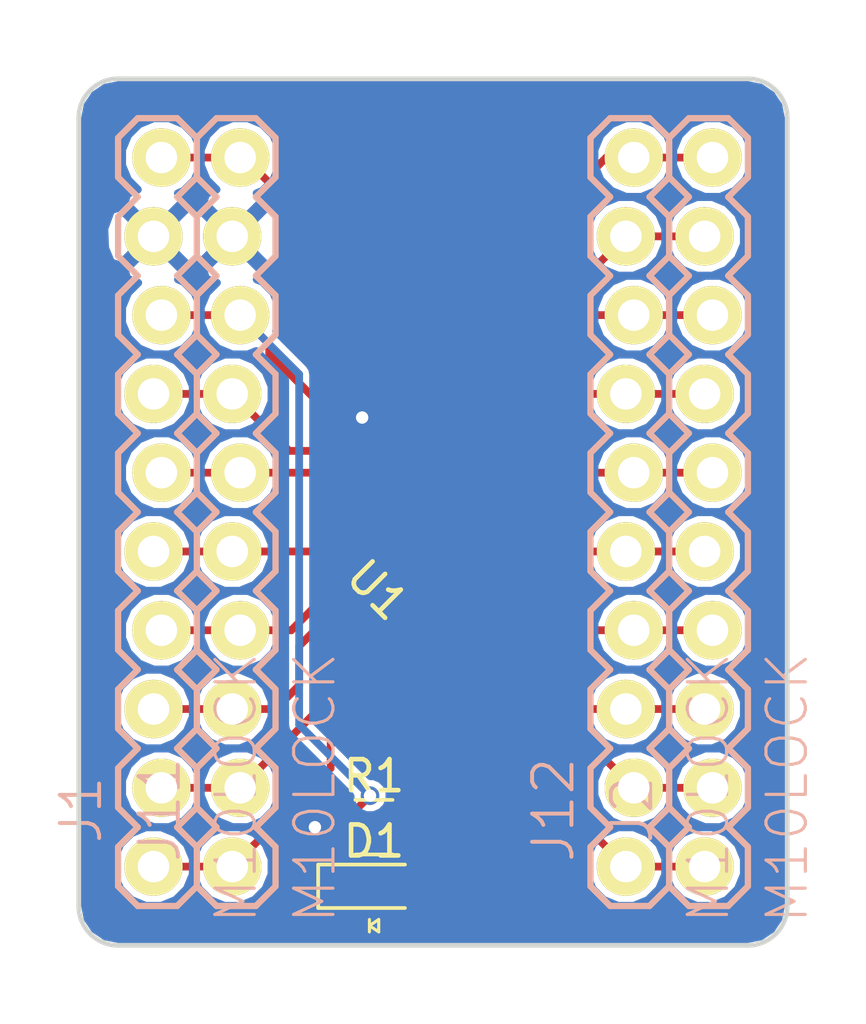
<source format=kicad_pcb>
(kicad_pcb (version 4) (host pcbnew 4.0.7-e2-6376~58~ubuntu16.04.1)

  (general
    (links 44)
    (no_connects 0)
    (area 176.7237 105.108399 201.9268 133.282)
    (thickness 1.6)
    (drawings 8)
    (tracks 120)
    (zones 0)
    (modules 7)
    (nets 22)
  )

  (page A4)
  (layers
    (0 F.Cu signal)
    (31 B.Cu signal)
    (32 B.Adhes user)
    (33 F.Adhes user)
    (34 B.Paste user)
    (35 F.Paste user)
    (36 B.SilkS user)
    (37 F.SilkS user)
    (38 B.Mask user)
    (39 F.Mask user)
    (40 Dwgs.User user)
    (41 Cmts.User user)
    (42 Eco1.User user)
    (43 Eco2.User user)
    (44 Edge.Cuts user)
    (45 Margin user)
    (46 B.CrtYd user)
    (47 F.CrtYd user)
    (48 B.Fab user)
    (49 F.Fab user)
  )

  (setup
    (last_trace_width 0.25)
    (trace_clearance 0.2)
    (zone_clearance 0)
    (zone_45_only no)
    (trace_min 0.2)
    (segment_width 0.2)
    (edge_width 0.15)
    (via_size 0.6)
    (via_drill 0.4)
    (via_min_size 0.4)
    (via_min_drill 0.3)
    (uvia_size 0.3)
    (uvia_drill 0.1)
    (uvias_allowed no)
    (uvia_min_size 0.2)
    (uvia_min_drill 0.1)
    (pcb_text_width 0.3)
    (pcb_text_size 1.5 1.5)
    (mod_edge_width 0.15)
    (mod_text_size 1 1)
    (mod_text_width 0.15)
    (pad_size 1.524 1.524)
    (pad_drill 0.762)
    (pad_to_mask_clearance 0.2)
    (aux_axis_origin 0 0)
    (visible_elements FFFCF7FF)
    (pcbplotparams
      (layerselection 0x00030_80000001)
      (usegerberextensions false)
      (excludeedgelayer true)
      (linewidth 0.100000)
      (plotframeref false)
      (viasonmask false)
      (mode 1)
      (useauxorigin false)
      (hpglpennumber 1)
      (hpglpenspeed 20)
      (hpglpendiameter 15)
      (hpglpenoverlay 2)
      (psnegative false)
      (psa4output false)
      (plotreference true)
      (plotvalue true)
      (plotinvisibletext false)
      (padsonsilk false)
      (subtractmaskfromsilk false)
      (outputformat 1)
      (mirror false)
      (drillshape 1)
      (scaleselection 1)
      (outputdirectory ""))
  )

  (net 0 "")
  (net 1 /GND)
  (net 2 "Net-(J12-Pad1)")
  (net 3 "Net-(J12-Pad10)")
  (net 4 "Net-(J1-Pad1)")
  (net 5 "Net-(J1-Pad2)")
  (net 6 "Net-(J1-Pad3)")
  (net 7 "Net-(J1-Pad4)")
  (net 8 "Net-(J1-Pad5)")
  (net 9 "Net-(J1-Pad6)")
  (net 10 "Net-(J1-Pad7)")
  (net 11 "Net-(J1-Pad8)")
  (net 12 "Net-(J1-Pad10)")
  (net 13 "Net-(J12-Pad2)")
  (net 14 "Net-(J12-Pad3)")
  (net 15 "Net-(J12-Pad4)")
  (net 16 "Net-(J12-Pad5)")
  (net 17 "Net-(J12-Pad6)")
  (net 18 "Net-(J12-Pad7)")
  (net 19 "Net-(J12-Pad8)")
  (net 20 "Net-(J12-Pad9)")
  (net 21 "Net-(D1-Pad2)")

  (net_class Default "This is the default net class."
    (clearance 0.2)
    (trace_width 0.25)
    (via_dia 0.6)
    (via_drill 0.4)
    (uvia_dia 0.3)
    (uvia_drill 0.1)
    (add_net /GND)
    (add_net "Net-(D1-Pad2)")
    (add_net "Net-(J1-Pad1)")
    (add_net "Net-(J1-Pad10)")
    (add_net "Net-(J1-Pad2)")
    (add_net "Net-(J1-Pad3)")
    (add_net "Net-(J1-Pad4)")
    (add_net "Net-(J1-Pad5)")
    (add_net "Net-(J1-Pad6)")
    (add_net "Net-(J1-Pad7)")
    (add_net "Net-(J1-Pad8)")
    (add_net "Net-(J12-Pad1)")
    (add_net "Net-(J12-Pad10)")
    (add_net "Net-(J12-Pad2)")
    (add_net "Net-(J12-Pad3)")
    (add_net "Net-(J12-Pad4)")
    (add_net "Net-(J12-Pad5)")
    (add_net "Net-(J12-Pad6)")
    (add_net "Net-(J12-Pad7)")
    (add_net "Net-(J12-Pad8)")
    (add_net "Net-(J12-Pad9)")
  )

  (module footprints:CP2120-QFN (layer F.Cu) (tedit 59F2478B) (tstamp 59F4F585)
    (at 189.23 118.11 315)
    (path /59F4E8F5)
    (fp_text reference U1 (at 0.508 3.048 315) (layer F.SilkS)
      (effects (font (size 1 1) (thickness 0.15)))
    )
    (fp_text value CP2120 (at 0.254 4.318 315) (layer F.Fab) hide
      (effects (font (size 1 1) (thickness 0.15)))
    )
    (pad 1 smd rect (at -1.725 -1 315) (size 0.55 0.23) (layers F.Cu F.Paste F.Mask)
      (net 12 "Net-(J1-Pad10)"))
    (pad 2 smd rect (at -1.725 -0.5 315) (size 0.55 0.23) (layers F.Cu F.Paste F.Mask)
      (net 1 /GND))
    (pad 3 smd rect (at -1.725 0 315) (size 0.55 0.23) (layers F.Cu F.Paste F.Mask)
      (net 11 "Net-(J1-Pad8)"))
    (pad 4 smd rect (at -1.725 0.5 315) (size 0.55 0.23) (layers F.Cu F.Paste F.Mask)
      (net 10 "Net-(J1-Pad7)"))
    (pad 5 smd rect (at -1.725 1 315) (size 0.55 0.23) (layers F.Cu F.Paste F.Mask)
      (net 9 "Net-(J1-Pad6)"))
    (pad 6 smd rect (at -1 1.725 315) (size 0.23 0.55) (layers F.Cu F.Paste F.Mask)
      (net 8 "Net-(J1-Pad5)"))
    (pad 7 smd rect (at -0.5 1.725 315) (size 0.23 0.55) (layers F.Cu F.Paste F.Mask)
      (net 7 "Net-(J1-Pad4)"))
    (pad 8 smd rect (at 0 1.725 315) (size 0.23 0.55) (layers F.Cu F.Paste F.Mask)
      (net 6 "Net-(J1-Pad3)"))
    (pad 9 smd rect (at 0.5 1.725 315) (size 0.23 0.55) (layers F.Cu F.Paste F.Mask)
      (net 5 "Net-(J1-Pad2)"))
    (pad 10 smd rect (at 1 1.725 315) (size 0.23 0.55) (layers F.Cu F.Paste F.Mask)
      (net 4 "Net-(J1-Pad1)"))
    (pad 11 smd rect (at 1.725 1 315) (size 0.55 0.23) (layers F.Cu F.Paste F.Mask)
      (net 2 "Net-(J12-Pad1)"))
    (pad 12 smd rect (at 1.725 0.5 315) (size 0.55 0.23) (layers F.Cu F.Paste F.Mask)
      (net 13 "Net-(J12-Pad2)"))
    (pad 13 smd rect (at 1.725 0 315) (size 0.55 0.23) (layers F.Cu F.Paste F.Mask)
      (net 14 "Net-(J12-Pad3)"))
    (pad 14 smd rect (at 1.725 -0.5 315) (size 0.55 0.23) (layers F.Cu F.Paste F.Mask)
      (net 15 "Net-(J12-Pad4)"))
    (pad 15 smd rect (at 1.725 -1 315) (size 0.55 0.23) (layers F.Cu F.Paste F.Mask)
      (net 16 "Net-(J12-Pad5)"))
    (pad 16 smd rect (at 1 -1.725 315) (size 0.23 0.55) (layers F.Cu F.Paste F.Mask)
      (net 17 "Net-(J12-Pad6)"))
    (pad 17 smd rect (at 0.5 -1.725 315) (size 0.23 0.55) (layers F.Cu F.Paste F.Mask)
      (net 18 "Net-(J12-Pad7)"))
    (pad 18 smd rect (at 0 -1.725 315) (size 0.23 0.55) (layers F.Cu F.Paste F.Mask)
      (net 19 "Net-(J12-Pad8)"))
    (pad 19 smd rect (at -0.5 -1.725 315) (size 0.23 0.55) (layers F.Cu F.Paste F.Mask)
      (net 20 "Net-(J12-Pad9)"))
    (pad 20 smd rect (at -1 -1.725 315) (size 0.23 0.55) (layers F.Cu F.Paste F.Mask)
      (net 3 "Net-(J12-Pad10)"))
    (pad GND smd rect (at 0 0 315) (size 2.15 2.15) (layers F.Cu F.Paste F.Mask)
      (net 1 /GND))
    (pad "" smd rect (at -1.6025 -1.6025 315) (size 0.435 0.435) (layers F.Cu F.Paste F.Mask))
  )

  (module SparkFun-Connectors:1X10_LOCK (layer F.Cu) (tedit 200000) (tstamp 59F4F52B)
    (at 182.88 129.54 90)
    (path /59F4ECC3)
    (attr virtual)
    (fp_text reference J11 (at 1.8288 -2.4638 90) (layer B.SilkS)
      (effects (font (size 1.27 1.27) (thickness 0.127)))
    )
    (fp_text value M10LOCK (at 2.54 2.54 90) (layer B.SilkS)
      (effects (font (size 1.27 1.27) (thickness 0.1016)))
    )
    (fp_line (start 14.986 0.254) (end 15.494 0.254) (layer F.SilkS) (width 0.06604))
    (fp_line (start 15.494 0.254) (end 15.494 -0.254) (layer F.SilkS) (width 0.06604))
    (fp_line (start 14.986 -0.254) (end 15.494 -0.254) (layer F.SilkS) (width 0.06604))
    (fp_line (start 14.986 0.254) (end 14.986 -0.254) (layer F.SilkS) (width 0.06604))
    (fp_line (start 12.446 0.254) (end 12.954 0.254) (layer F.SilkS) (width 0.06604))
    (fp_line (start 12.954 0.254) (end 12.954 -0.254) (layer F.SilkS) (width 0.06604))
    (fp_line (start 12.446 -0.254) (end 12.954 -0.254) (layer F.SilkS) (width 0.06604))
    (fp_line (start 12.446 0.254) (end 12.446 -0.254) (layer F.SilkS) (width 0.06604))
    (fp_line (start 9.906 0.254) (end 10.414 0.254) (layer F.SilkS) (width 0.06604))
    (fp_line (start 10.414 0.254) (end 10.414 -0.254) (layer F.SilkS) (width 0.06604))
    (fp_line (start 9.906 -0.254) (end 10.414 -0.254) (layer F.SilkS) (width 0.06604))
    (fp_line (start 9.906 0.254) (end 9.906 -0.254) (layer F.SilkS) (width 0.06604))
    (fp_line (start 7.366 0.254) (end 7.874 0.254) (layer F.SilkS) (width 0.06604))
    (fp_line (start 7.874 0.254) (end 7.874 -0.254) (layer F.SilkS) (width 0.06604))
    (fp_line (start 7.366 -0.254) (end 7.874 -0.254) (layer F.SilkS) (width 0.06604))
    (fp_line (start 7.366 0.254) (end 7.366 -0.254) (layer F.SilkS) (width 0.06604))
    (fp_line (start 4.826 0.254) (end 5.334 0.254) (layer F.SilkS) (width 0.06604))
    (fp_line (start 5.334 0.254) (end 5.334 -0.254) (layer F.SilkS) (width 0.06604))
    (fp_line (start 4.826 -0.254) (end 5.334 -0.254) (layer F.SilkS) (width 0.06604))
    (fp_line (start 4.826 0.254) (end 4.826 -0.254) (layer F.SilkS) (width 0.06604))
    (fp_line (start 2.286 0.254) (end 2.794 0.254) (layer F.SilkS) (width 0.06604))
    (fp_line (start 2.794 0.254) (end 2.794 -0.254) (layer F.SilkS) (width 0.06604))
    (fp_line (start 2.286 -0.254) (end 2.794 -0.254) (layer F.SilkS) (width 0.06604))
    (fp_line (start 2.286 0.254) (end 2.286 -0.254) (layer F.SilkS) (width 0.06604))
    (fp_line (start -0.254 0.254) (end 0.254 0.254) (layer F.SilkS) (width 0.06604))
    (fp_line (start 0.254 0.254) (end 0.254 -0.254) (layer F.SilkS) (width 0.06604))
    (fp_line (start -0.254 -0.254) (end 0.254 -0.254) (layer F.SilkS) (width 0.06604))
    (fp_line (start -0.254 0.254) (end -0.254 -0.254) (layer F.SilkS) (width 0.06604))
    (fp_line (start 17.52346 0.254) (end 18.034 0.254) (layer F.SilkS) (width 0.06604))
    (fp_line (start 18.034 0.254) (end 18.034 -0.254) (layer F.SilkS) (width 0.06604))
    (fp_line (start 17.52346 -0.254) (end 18.034 -0.254) (layer F.SilkS) (width 0.06604))
    (fp_line (start 17.52346 0.254) (end 17.52346 -0.254) (layer F.SilkS) (width 0.06604))
    (fp_line (start 20.066 0.254) (end 20.574 0.254) (layer F.SilkS) (width 0.06604))
    (fp_line (start 20.574 0.254) (end 20.574 -0.254) (layer F.SilkS) (width 0.06604))
    (fp_line (start 20.066 -0.254) (end 20.574 -0.254) (layer F.SilkS) (width 0.06604))
    (fp_line (start 20.066 0.254) (end 20.066 -0.254) (layer F.SilkS) (width 0.06604))
    (fp_line (start 22.606 0.254) (end 23.114 0.254) (layer F.SilkS) (width 0.06604))
    (fp_line (start 23.114 0.254) (end 23.114 -0.254) (layer F.SilkS) (width 0.06604))
    (fp_line (start 22.606 -0.254) (end 23.114 -0.254) (layer F.SilkS) (width 0.06604))
    (fp_line (start 22.606 0.254) (end 22.606 -0.254) (layer F.SilkS) (width 0.06604))
    (fp_line (start 14.605 -1.27) (end 15.875 -1.27) (layer B.SilkS) (width 0.2032))
    (fp_line (start 15.875 -1.27) (end 16.51 -0.635) (layer B.SilkS) (width 0.2032))
    (fp_line (start 16.51 0.635) (end 15.875 1.27) (layer B.SilkS) (width 0.2032))
    (fp_line (start 11.43 -0.635) (end 12.065 -1.27) (layer B.SilkS) (width 0.2032))
    (fp_line (start 12.065 -1.27) (end 13.335 -1.27) (layer B.SilkS) (width 0.2032))
    (fp_line (start 13.335 -1.27) (end 13.97 -0.635) (layer B.SilkS) (width 0.2032))
    (fp_line (start 13.97 0.635) (end 13.335 1.27) (layer B.SilkS) (width 0.2032))
    (fp_line (start 13.335 1.27) (end 12.065 1.27) (layer B.SilkS) (width 0.2032))
    (fp_line (start 12.065 1.27) (end 11.43 0.635) (layer B.SilkS) (width 0.2032))
    (fp_line (start 14.605 -1.27) (end 13.97 -0.635) (layer B.SilkS) (width 0.2032))
    (fp_line (start 13.97 0.635) (end 14.605 1.27) (layer B.SilkS) (width 0.2032))
    (fp_line (start 15.875 1.27) (end 14.605 1.27) (layer B.SilkS) (width 0.2032))
    (fp_line (start 6.985 -1.27) (end 8.255 -1.27) (layer B.SilkS) (width 0.2032))
    (fp_line (start 8.255 -1.27) (end 8.89 -0.635) (layer B.SilkS) (width 0.2032))
    (fp_line (start 8.89 0.635) (end 8.255 1.27) (layer B.SilkS) (width 0.2032))
    (fp_line (start 8.89 -0.635) (end 9.525 -1.27) (layer B.SilkS) (width 0.2032))
    (fp_line (start 9.525 -1.27) (end 10.795 -1.27) (layer B.SilkS) (width 0.2032))
    (fp_line (start 10.795 -1.27) (end 11.43 -0.635) (layer B.SilkS) (width 0.2032))
    (fp_line (start 11.43 0.635) (end 10.795 1.27) (layer B.SilkS) (width 0.2032))
    (fp_line (start 10.795 1.27) (end 9.525 1.27) (layer B.SilkS) (width 0.2032))
    (fp_line (start 9.525 1.27) (end 8.89 0.635) (layer B.SilkS) (width 0.2032))
    (fp_line (start 3.81 -0.635) (end 4.445 -1.27) (layer B.SilkS) (width 0.2032))
    (fp_line (start 4.445 -1.27) (end 5.715 -1.27) (layer B.SilkS) (width 0.2032))
    (fp_line (start 5.715 -1.27) (end 6.35 -0.635) (layer B.SilkS) (width 0.2032))
    (fp_line (start 6.35 0.635) (end 5.715 1.27) (layer B.SilkS) (width 0.2032))
    (fp_line (start 5.715 1.27) (end 4.445 1.27) (layer B.SilkS) (width 0.2032))
    (fp_line (start 4.445 1.27) (end 3.81 0.635) (layer B.SilkS) (width 0.2032))
    (fp_line (start 6.985 -1.27) (end 6.35 -0.635) (layer B.SilkS) (width 0.2032))
    (fp_line (start 6.35 0.635) (end 6.985 1.27) (layer B.SilkS) (width 0.2032))
    (fp_line (start 8.255 1.27) (end 6.985 1.27) (layer B.SilkS) (width 0.2032))
    (fp_line (start -0.635 -1.27) (end 0.635 -1.27) (layer B.SilkS) (width 0.2032))
    (fp_line (start 0.635 -1.27) (end 1.27 -0.635) (layer B.SilkS) (width 0.2032))
    (fp_line (start 1.27 0.635) (end 0.635 1.27) (layer B.SilkS) (width 0.2032))
    (fp_line (start 1.27 -0.635) (end 1.905 -1.27) (layer B.SilkS) (width 0.2032))
    (fp_line (start 1.905 -1.27) (end 3.175 -1.27) (layer B.SilkS) (width 0.2032))
    (fp_line (start 3.175 -1.27) (end 3.81 -0.635) (layer B.SilkS) (width 0.2032))
    (fp_line (start 3.81 0.635) (end 3.175 1.27) (layer B.SilkS) (width 0.2032))
    (fp_line (start 3.175 1.27) (end 1.905 1.27) (layer B.SilkS) (width 0.2032))
    (fp_line (start 1.905 1.27) (end 1.27 0.635) (layer B.SilkS) (width 0.2032))
    (fp_line (start -1.27 -0.635) (end -1.27 0.635) (layer B.SilkS) (width 0.2032))
    (fp_line (start -0.635 -1.27) (end -1.27 -0.635) (layer B.SilkS) (width 0.2032))
    (fp_line (start -1.27 0.635) (end -0.635 1.27) (layer B.SilkS) (width 0.2032))
    (fp_line (start 0.635 1.27) (end -0.635 1.27) (layer B.SilkS) (width 0.2032))
    (fp_line (start 17.145 -1.27) (end 18.415 -1.27) (layer B.SilkS) (width 0.2032))
    (fp_line (start 18.415 -1.27) (end 19.05 -0.635) (layer B.SilkS) (width 0.2032))
    (fp_line (start 19.05 0.635) (end 18.415 1.27) (layer B.SilkS) (width 0.2032))
    (fp_line (start 17.145 -1.27) (end 16.51 -0.635) (layer B.SilkS) (width 0.2032))
    (fp_line (start 16.51 0.635) (end 17.145 1.27) (layer B.SilkS) (width 0.2032))
    (fp_line (start 18.415 1.27) (end 17.145 1.27) (layer B.SilkS) (width 0.2032))
    (fp_line (start 19.685 -1.27) (end 20.955 -1.27) (layer B.SilkS) (width 0.2032))
    (fp_line (start 20.955 -1.27) (end 21.59 -0.635) (layer B.SilkS) (width 0.2032))
    (fp_line (start 21.59 0.635) (end 20.955 1.27) (layer B.SilkS) (width 0.2032))
    (fp_line (start 19.685 -1.27) (end 19.05 -0.635) (layer B.SilkS) (width 0.2032))
    (fp_line (start 19.05 0.635) (end 19.685 1.27) (layer B.SilkS) (width 0.2032))
    (fp_line (start 20.955 1.27) (end 19.685 1.27) (layer B.SilkS) (width 0.2032))
    (fp_line (start 22.225 -1.27) (end 23.495 -1.27) (layer B.SilkS) (width 0.2032))
    (fp_line (start 23.495 -1.27) (end 24.13 -0.635) (layer B.SilkS) (width 0.2032))
    (fp_line (start 24.13 -0.635) (end 24.13 0.635) (layer B.SilkS) (width 0.2032))
    (fp_line (start 24.13 0.635) (end 23.495 1.27) (layer B.SilkS) (width 0.2032))
    (fp_line (start 22.225 -1.27) (end 21.59 -0.635) (layer B.SilkS) (width 0.2032))
    (fp_line (start 21.59 0.635) (end 22.225 1.27) (layer B.SilkS) (width 0.2032))
    (fp_line (start 23.495 1.27) (end 22.225 1.27) (layer B.SilkS) (width 0.2032))
    (pad 1 thru_hole circle (at 0 -0.127 90) (size 1.8796 1.8796) (drill 1.016) (layers *.Cu F.Paste F.SilkS F.Mask)
      (net 4 "Net-(J1-Pad1)"))
    (pad 2 thru_hole circle (at 2.54 0.127 90) (size 1.8796 1.8796) (drill 1.016) (layers *.Cu F.Paste F.SilkS F.Mask)
      (net 5 "Net-(J1-Pad2)"))
    (pad 3 thru_hole circle (at 5.08 -0.127 90) (size 1.8796 1.8796) (drill 1.016) (layers *.Cu F.Paste F.SilkS F.Mask)
      (net 6 "Net-(J1-Pad3)"))
    (pad 4 thru_hole circle (at 7.62 0.127 90) (size 1.8796 1.8796) (drill 1.016) (layers *.Cu F.Paste F.SilkS F.Mask)
      (net 7 "Net-(J1-Pad4)"))
    (pad 5 thru_hole circle (at 10.16 -0.127 90) (size 1.8796 1.8796) (drill 1.016) (layers *.Cu F.Paste F.SilkS F.Mask)
      (net 8 "Net-(J1-Pad5)"))
    (pad 6 thru_hole circle (at 12.7 0.127 90) (size 1.8796 1.8796) (drill 1.016) (layers *.Cu F.Paste F.SilkS F.Mask)
      (net 9 "Net-(J1-Pad6)"))
    (pad 7 thru_hole circle (at 15.24 -0.127 90) (size 1.8796 1.8796) (drill 1.016) (layers *.Cu F.Paste F.SilkS F.Mask)
      (net 10 "Net-(J1-Pad7)"))
    (pad 8 thru_hole circle (at 17.78 0.127 90) (size 1.8796 1.8796) (drill 1.016) (layers *.Cu F.Paste F.SilkS F.Mask)
      (net 11 "Net-(J1-Pad8)"))
    (pad 9 thru_hole circle (at 20.32 -0.127 90) (size 1.8796 1.8796) (drill 1.016) (layers *.Cu F.Paste F.SilkS F.Mask)
      (net 1 /GND))
    (pad 10 thru_hole circle (at 22.86 0.127 90) (size 1.8796 1.8796) (drill 1.016) (layers *.Cu F.Paste F.SilkS F.Mask)
      (net 12 "Net-(J1-Pad10)"))
  )

  (module SparkFun-Connectors:1X10_LOCK (layer F.Cu) (tedit 200000) (tstamp 59F4F539)
    (at 195.58 129.54 90)
    (path /59F4ED32)
    (attr virtual)
    (fp_text reference J12 (at 1.8288 -2.4638 90) (layer B.SilkS)
      (effects (font (size 1.27 1.27) (thickness 0.127)))
    )
    (fp_text value M10LOCK (at 2.54 2.54 90) (layer B.SilkS)
      (effects (font (size 1.27 1.27) (thickness 0.1016)))
    )
    (fp_line (start 14.986 0.254) (end 15.494 0.254) (layer F.SilkS) (width 0.06604))
    (fp_line (start 15.494 0.254) (end 15.494 -0.254) (layer F.SilkS) (width 0.06604))
    (fp_line (start 14.986 -0.254) (end 15.494 -0.254) (layer F.SilkS) (width 0.06604))
    (fp_line (start 14.986 0.254) (end 14.986 -0.254) (layer F.SilkS) (width 0.06604))
    (fp_line (start 12.446 0.254) (end 12.954 0.254) (layer F.SilkS) (width 0.06604))
    (fp_line (start 12.954 0.254) (end 12.954 -0.254) (layer F.SilkS) (width 0.06604))
    (fp_line (start 12.446 -0.254) (end 12.954 -0.254) (layer F.SilkS) (width 0.06604))
    (fp_line (start 12.446 0.254) (end 12.446 -0.254) (layer F.SilkS) (width 0.06604))
    (fp_line (start 9.906 0.254) (end 10.414 0.254) (layer F.SilkS) (width 0.06604))
    (fp_line (start 10.414 0.254) (end 10.414 -0.254) (layer F.SilkS) (width 0.06604))
    (fp_line (start 9.906 -0.254) (end 10.414 -0.254) (layer F.SilkS) (width 0.06604))
    (fp_line (start 9.906 0.254) (end 9.906 -0.254) (layer F.SilkS) (width 0.06604))
    (fp_line (start 7.366 0.254) (end 7.874 0.254) (layer F.SilkS) (width 0.06604))
    (fp_line (start 7.874 0.254) (end 7.874 -0.254) (layer F.SilkS) (width 0.06604))
    (fp_line (start 7.366 -0.254) (end 7.874 -0.254) (layer F.SilkS) (width 0.06604))
    (fp_line (start 7.366 0.254) (end 7.366 -0.254) (layer F.SilkS) (width 0.06604))
    (fp_line (start 4.826 0.254) (end 5.334 0.254) (layer F.SilkS) (width 0.06604))
    (fp_line (start 5.334 0.254) (end 5.334 -0.254) (layer F.SilkS) (width 0.06604))
    (fp_line (start 4.826 -0.254) (end 5.334 -0.254) (layer F.SilkS) (width 0.06604))
    (fp_line (start 4.826 0.254) (end 4.826 -0.254) (layer F.SilkS) (width 0.06604))
    (fp_line (start 2.286 0.254) (end 2.794 0.254) (layer F.SilkS) (width 0.06604))
    (fp_line (start 2.794 0.254) (end 2.794 -0.254) (layer F.SilkS) (width 0.06604))
    (fp_line (start 2.286 -0.254) (end 2.794 -0.254) (layer F.SilkS) (width 0.06604))
    (fp_line (start 2.286 0.254) (end 2.286 -0.254) (layer F.SilkS) (width 0.06604))
    (fp_line (start -0.254 0.254) (end 0.254 0.254) (layer F.SilkS) (width 0.06604))
    (fp_line (start 0.254 0.254) (end 0.254 -0.254) (layer F.SilkS) (width 0.06604))
    (fp_line (start -0.254 -0.254) (end 0.254 -0.254) (layer F.SilkS) (width 0.06604))
    (fp_line (start -0.254 0.254) (end -0.254 -0.254) (layer F.SilkS) (width 0.06604))
    (fp_line (start 17.52346 0.254) (end 18.034 0.254) (layer F.SilkS) (width 0.06604))
    (fp_line (start 18.034 0.254) (end 18.034 -0.254) (layer F.SilkS) (width 0.06604))
    (fp_line (start 17.52346 -0.254) (end 18.034 -0.254) (layer F.SilkS) (width 0.06604))
    (fp_line (start 17.52346 0.254) (end 17.52346 -0.254) (layer F.SilkS) (width 0.06604))
    (fp_line (start 20.066 0.254) (end 20.574 0.254) (layer F.SilkS) (width 0.06604))
    (fp_line (start 20.574 0.254) (end 20.574 -0.254) (layer F.SilkS) (width 0.06604))
    (fp_line (start 20.066 -0.254) (end 20.574 -0.254) (layer F.SilkS) (width 0.06604))
    (fp_line (start 20.066 0.254) (end 20.066 -0.254) (layer F.SilkS) (width 0.06604))
    (fp_line (start 22.606 0.254) (end 23.114 0.254) (layer F.SilkS) (width 0.06604))
    (fp_line (start 23.114 0.254) (end 23.114 -0.254) (layer F.SilkS) (width 0.06604))
    (fp_line (start 22.606 -0.254) (end 23.114 -0.254) (layer F.SilkS) (width 0.06604))
    (fp_line (start 22.606 0.254) (end 22.606 -0.254) (layer F.SilkS) (width 0.06604))
    (fp_line (start 14.605 -1.27) (end 15.875 -1.27) (layer B.SilkS) (width 0.2032))
    (fp_line (start 15.875 -1.27) (end 16.51 -0.635) (layer B.SilkS) (width 0.2032))
    (fp_line (start 16.51 0.635) (end 15.875 1.27) (layer B.SilkS) (width 0.2032))
    (fp_line (start 11.43 -0.635) (end 12.065 -1.27) (layer B.SilkS) (width 0.2032))
    (fp_line (start 12.065 -1.27) (end 13.335 -1.27) (layer B.SilkS) (width 0.2032))
    (fp_line (start 13.335 -1.27) (end 13.97 -0.635) (layer B.SilkS) (width 0.2032))
    (fp_line (start 13.97 0.635) (end 13.335 1.27) (layer B.SilkS) (width 0.2032))
    (fp_line (start 13.335 1.27) (end 12.065 1.27) (layer B.SilkS) (width 0.2032))
    (fp_line (start 12.065 1.27) (end 11.43 0.635) (layer B.SilkS) (width 0.2032))
    (fp_line (start 14.605 -1.27) (end 13.97 -0.635) (layer B.SilkS) (width 0.2032))
    (fp_line (start 13.97 0.635) (end 14.605 1.27) (layer B.SilkS) (width 0.2032))
    (fp_line (start 15.875 1.27) (end 14.605 1.27) (layer B.SilkS) (width 0.2032))
    (fp_line (start 6.985 -1.27) (end 8.255 -1.27) (layer B.SilkS) (width 0.2032))
    (fp_line (start 8.255 -1.27) (end 8.89 -0.635) (layer B.SilkS) (width 0.2032))
    (fp_line (start 8.89 0.635) (end 8.255 1.27) (layer B.SilkS) (width 0.2032))
    (fp_line (start 8.89 -0.635) (end 9.525 -1.27) (layer B.SilkS) (width 0.2032))
    (fp_line (start 9.525 -1.27) (end 10.795 -1.27) (layer B.SilkS) (width 0.2032))
    (fp_line (start 10.795 -1.27) (end 11.43 -0.635) (layer B.SilkS) (width 0.2032))
    (fp_line (start 11.43 0.635) (end 10.795 1.27) (layer B.SilkS) (width 0.2032))
    (fp_line (start 10.795 1.27) (end 9.525 1.27) (layer B.SilkS) (width 0.2032))
    (fp_line (start 9.525 1.27) (end 8.89 0.635) (layer B.SilkS) (width 0.2032))
    (fp_line (start 3.81 -0.635) (end 4.445 -1.27) (layer B.SilkS) (width 0.2032))
    (fp_line (start 4.445 -1.27) (end 5.715 -1.27) (layer B.SilkS) (width 0.2032))
    (fp_line (start 5.715 -1.27) (end 6.35 -0.635) (layer B.SilkS) (width 0.2032))
    (fp_line (start 6.35 0.635) (end 5.715 1.27) (layer B.SilkS) (width 0.2032))
    (fp_line (start 5.715 1.27) (end 4.445 1.27) (layer B.SilkS) (width 0.2032))
    (fp_line (start 4.445 1.27) (end 3.81 0.635) (layer B.SilkS) (width 0.2032))
    (fp_line (start 6.985 -1.27) (end 6.35 -0.635) (layer B.SilkS) (width 0.2032))
    (fp_line (start 6.35 0.635) (end 6.985 1.27) (layer B.SilkS) (width 0.2032))
    (fp_line (start 8.255 1.27) (end 6.985 1.27) (layer B.SilkS) (width 0.2032))
    (fp_line (start -0.635 -1.27) (end 0.635 -1.27) (layer B.SilkS) (width 0.2032))
    (fp_line (start 0.635 -1.27) (end 1.27 -0.635) (layer B.SilkS) (width 0.2032))
    (fp_line (start 1.27 0.635) (end 0.635 1.27) (layer B.SilkS) (width 0.2032))
    (fp_line (start 1.27 -0.635) (end 1.905 -1.27) (layer B.SilkS) (width 0.2032))
    (fp_line (start 1.905 -1.27) (end 3.175 -1.27) (layer B.SilkS) (width 0.2032))
    (fp_line (start 3.175 -1.27) (end 3.81 -0.635) (layer B.SilkS) (width 0.2032))
    (fp_line (start 3.81 0.635) (end 3.175 1.27) (layer B.SilkS) (width 0.2032))
    (fp_line (start 3.175 1.27) (end 1.905 1.27) (layer B.SilkS) (width 0.2032))
    (fp_line (start 1.905 1.27) (end 1.27 0.635) (layer B.SilkS) (width 0.2032))
    (fp_line (start -1.27 -0.635) (end -1.27 0.635) (layer B.SilkS) (width 0.2032))
    (fp_line (start -0.635 -1.27) (end -1.27 -0.635) (layer B.SilkS) (width 0.2032))
    (fp_line (start -1.27 0.635) (end -0.635 1.27) (layer B.SilkS) (width 0.2032))
    (fp_line (start 0.635 1.27) (end -0.635 1.27) (layer B.SilkS) (width 0.2032))
    (fp_line (start 17.145 -1.27) (end 18.415 -1.27) (layer B.SilkS) (width 0.2032))
    (fp_line (start 18.415 -1.27) (end 19.05 -0.635) (layer B.SilkS) (width 0.2032))
    (fp_line (start 19.05 0.635) (end 18.415 1.27) (layer B.SilkS) (width 0.2032))
    (fp_line (start 17.145 -1.27) (end 16.51 -0.635) (layer B.SilkS) (width 0.2032))
    (fp_line (start 16.51 0.635) (end 17.145 1.27) (layer B.SilkS) (width 0.2032))
    (fp_line (start 18.415 1.27) (end 17.145 1.27) (layer B.SilkS) (width 0.2032))
    (fp_line (start 19.685 -1.27) (end 20.955 -1.27) (layer B.SilkS) (width 0.2032))
    (fp_line (start 20.955 -1.27) (end 21.59 -0.635) (layer B.SilkS) (width 0.2032))
    (fp_line (start 21.59 0.635) (end 20.955 1.27) (layer B.SilkS) (width 0.2032))
    (fp_line (start 19.685 -1.27) (end 19.05 -0.635) (layer B.SilkS) (width 0.2032))
    (fp_line (start 19.05 0.635) (end 19.685 1.27) (layer B.SilkS) (width 0.2032))
    (fp_line (start 20.955 1.27) (end 19.685 1.27) (layer B.SilkS) (width 0.2032))
    (fp_line (start 22.225 -1.27) (end 23.495 -1.27) (layer B.SilkS) (width 0.2032))
    (fp_line (start 23.495 -1.27) (end 24.13 -0.635) (layer B.SilkS) (width 0.2032))
    (fp_line (start 24.13 -0.635) (end 24.13 0.635) (layer B.SilkS) (width 0.2032))
    (fp_line (start 24.13 0.635) (end 23.495 1.27) (layer B.SilkS) (width 0.2032))
    (fp_line (start 22.225 -1.27) (end 21.59 -0.635) (layer B.SilkS) (width 0.2032))
    (fp_line (start 21.59 0.635) (end 22.225 1.27) (layer B.SilkS) (width 0.2032))
    (fp_line (start 23.495 1.27) (end 22.225 1.27) (layer B.SilkS) (width 0.2032))
    (pad 1 thru_hole circle (at 0 -0.127 90) (size 1.8796 1.8796) (drill 1.016) (layers *.Cu F.Paste F.SilkS F.Mask)
      (net 2 "Net-(J12-Pad1)"))
    (pad 2 thru_hole circle (at 2.54 0.127 90) (size 1.8796 1.8796) (drill 1.016) (layers *.Cu F.Paste F.SilkS F.Mask)
      (net 13 "Net-(J12-Pad2)"))
    (pad 3 thru_hole circle (at 5.08 -0.127 90) (size 1.8796 1.8796) (drill 1.016) (layers *.Cu F.Paste F.SilkS F.Mask)
      (net 14 "Net-(J12-Pad3)"))
    (pad 4 thru_hole circle (at 7.62 0.127 90) (size 1.8796 1.8796) (drill 1.016) (layers *.Cu F.Paste F.SilkS F.Mask)
      (net 15 "Net-(J12-Pad4)"))
    (pad 5 thru_hole circle (at 10.16 -0.127 90) (size 1.8796 1.8796) (drill 1.016) (layers *.Cu F.Paste F.SilkS F.Mask)
      (net 16 "Net-(J12-Pad5)"))
    (pad 6 thru_hole circle (at 12.7 0.127 90) (size 1.8796 1.8796) (drill 1.016) (layers *.Cu F.Paste F.SilkS F.Mask)
      (net 17 "Net-(J12-Pad6)"))
    (pad 7 thru_hole circle (at 15.24 -0.127 90) (size 1.8796 1.8796) (drill 1.016) (layers *.Cu F.Paste F.SilkS F.Mask)
      (net 18 "Net-(J12-Pad7)"))
    (pad 8 thru_hole circle (at 17.78 0.127 90) (size 1.8796 1.8796) (drill 1.016) (layers *.Cu F.Paste F.SilkS F.Mask)
      (net 19 "Net-(J12-Pad8)"))
    (pad 9 thru_hole circle (at 20.32 -0.127 90) (size 1.8796 1.8796) (drill 1.016) (layers *.Cu F.Paste F.SilkS F.Mask)
      (net 20 "Net-(J12-Pad9)"))
    (pad 10 thru_hole circle (at 22.86 0.127 90) (size 1.8796 1.8796) (drill 1.016) (layers *.Cu F.Paste F.SilkS F.Mask)
      (net 3 "Net-(J12-Pad10)"))
  )

  (module SparkFun-Connectors:1X10_LOCK (layer F.Cu) (tedit 200000) (tstamp 59F682FC)
    (at 180.34 129.54 90)
    (path /59F68467)
    (attr virtual)
    (fp_text reference J1 (at 1.8288 -2.4638 90) (layer B.SilkS)
      (effects (font (size 1.27 1.27) (thickness 0.127)))
    )
    (fp_text value M10LOCK (at 2.54 2.54 90) (layer B.SilkS)
      (effects (font (size 1.27 1.27) (thickness 0.1016)))
    )
    (fp_line (start 14.986 0.254) (end 15.494 0.254) (layer F.SilkS) (width 0.06604))
    (fp_line (start 15.494 0.254) (end 15.494 -0.254) (layer F.SilkS) (width 0.06604))
    (fp_line (start 14.986 -0.254) (end 15.494 -0.254) (layer F.SilkS) (width 0.06604))
    (fp_line (start 14.986 0.254) (end 14.986 -0.254) (layer F.SilkS) (width 0.06604))
    (fp_line (start 12.446 0.254) (end 12.954 0.254) (layer F.SilkS) (width 0.06604))
    (fp_line (start 12.954 0.254) (end 12.954 -0.254) (layer F.SilkS) (width 0.06604))
    (fp_line (start 12.446 -0.254) (end 12.954 -0.254) (layer F.SilkS) (width 0.06604))
    (fp_line (start 12.446 0.254) (end 12.446 -0.254) (layer F.SilkS) (width 0.06604))
    (fp_line (start 9.906 0.254) (end 10.414 0.254) (layer F.SilkS) (width 0.06604))
    (fp_line (start 10.414 0.254) (end 10.414 -0.254) (layer F.SilkS) (width 0.06604))
    (fp_line (start 9.906 -0.254) (end 10.414 -0.254) (layer F.SilkS) (width 0.06604))
    (fp_line (start 9.906 0.254) (end 9.906 -0.254) (layer F.SilkS) (width 0.06604))
    (fp_line (start 7.366 0.254) (end 7.874 0.254) (layer F.SilkS) (width 0.06604))
    (fp_line (start 7.874 0.254) (end 7.874 -0.254) (layer F.SilkS) (width 0.06604))
    (fp_line (start 7.366 -0.254) (end 7.874 -0.254) (layer F.SilkS) (width 0.06604))
    (fp_line (start 7.366 0.254) (end 7.366 -0.254) (layer F.SilkS) (width 0.06604))
    (fp_line (start 4.826 0.254) (end 5.334 0.254) (layer F.SilkS) (width 0.06604))
    (fp_line (start 5.334 0.254) (end 5.334 -0.254) (layer F.SilkS) (width 0.06604))
    (fp_line (start 4.826 -0.254) (end 5.334 -0.254) (layer F.SilkS) (width 0.06604))
    (fp_line (start 4.826 0.254) (end 4.826 -0.254) (layer F.SilkS) (width 0.06604))
    (fp_line (start 2.286 0.254) (end 2.794 0.254) (layer F.SilkS) (width 0.06604))
    (fp_line (start 2.794 0.254) (end 2.794 -0.254) (layer F.SilkS) (width 0.06604))
    (fp_line (start 2.286 -0.254) (end 2.794 -0.254) (layer F.SilkS) (width 0.06604))
    (fp_line (start 2.286 0.254) (end 2.286 -0.254) (layer F.SilkS) (width 0.06604))
    (fp_line (start -0.254 0.254) (end 0.254 0.254) (layer F.SilkS) (width 0.06604))
    (fp_line (start 0.254 0.254) (end 0.254 -0.254) (layer F.SilkS) (width 0.06604))
    (fp_line (start -0.254 -0.254) (end 0.254 -0.254) (layer F.SilkS) (width 0.06604))
    (fp_line (start -0.254 0.254) (end -0.254 -0.254) (layer F.SilkS) (width 0.06604))
    (fp_line (start 17.52346 0.254) (end 18.034 0.254) (layer F.SilkS) (width 0.06604))
    (fp_line (start 18.034 0.254) (end 18.034 -0.254) (layer F.SilkS) (width 0.06604))
    (fp_line (start 17.52346 -0.254) (end 18.034 -0.254) (layer F.SilkS) (width 0.06604))
    (fp_line (start 17.52346 0.254) (end 17.52346 -0.254) (layer F.SilkS) (width 0.06604))
    (fp_line (start 20.066 0.254) (end 20.574 0.254) (layer F.SilkS) (width 0.06604))
    (fp_line (start 20.574 0.254) (end 20.574 -0.254) (layer F.SilkS) (width 0.06604))
    (fp_line (start 20.066 -0.254) (end 20.574 -0.254) (layer F.SilkS) (width 0.06604))
    (fp_line (start 20.066 0.254) (end 20.066 -0.254) (layer F.SilkS) (width 0.06604))
    (fp_line (start 22.606 0.254) (end 23.114 0.254) (layer F.SilkS) (width 0.06604))
    (fp_line (start 23.114 0.254) (end 23.114 -0.254) (layer F.SilkS) (width 0.06604))
    (fp_line (start 22.606 -0.254) (end 23.114 -0.254) (layer F.SilkS) (width 0.06604))
    (fp_line (start 22.606 0.254) (end 22.606 -0.254) (layer F.SilkS) (width 0.06604))
    (fp_line (start 14.605 -1.27) (end 15.875 -1.27) (layer B.SilkS) (width 0.2032))
    (fp_line (start 15.875 -1.27) (end 16.51 -0.635) (layer B.SilkS) (width 0.2032))
    (fp_line (start 16.51 0.635) (end 15.875 1.27) (layer B.SilkS) (width 0.2032))
    (fp_line (start 11.43 -0.635) (end 12.065 -1.27) (layer B.SilkS) (width 0.2032))
    (fp_line (start 12.065 -1.27) (end 13.335 -1.27) (layer B.SilkS) (width 0.2032))
    (fp_line (start 13.335 -1.27) (end 13.97 -0.635) (layer B.SilkS) (width 0.2032))
    (fp_line (start 13.97 0.635) (end 13.335 1.27) (layer B.SilkS) (width 0.2032))
    (fp_line (start 13.335 1.27) (end 12.065 1.27) (layer B.SilkS) (width 0.2032))
    (fp_line (start 12.065 1.27) (end 11.43 0.635) (layer B.SilkS) (width 0.2032))
    (fp_line (start 14.605 -1.27) (end 13.97 -0.635) (layer B.SilkS) (width 0.2032))
    (fp_line (start 13.97 0.635) (end 14.605 1.27) (layer B.SilkS) (width 0.2032))
    (fp_line (start 15.875 1.27) (end 14.605 1.27) (layer B.SilkS) (width 0.2032))
    (fp_line (start 6.985 -1.27) (end 8.255 -1.27) (layer B.SilkS) (width 0.2032))
    (fp_line (start 8.255 -1.27) (end 8.89 -0.635) (layer B.SilkS) (width 0.2032))
    (fp_line (start 8.89 0.635) (end 8.255 1.27) (layer B.SilkS) (width 0.2032))
    (fp_line (start 8.89 -0.635) (end 9.525 -1.27) (layer B.SilkS) (width 0.2032))
    (fp_line (start 9.525 -1.27) (end 10.795 -1.27) (layer B.SilkS) (width 0.2032))
    (fp_line (start 10.795 -1.27) (end 11.43 -0.635) (layer B.SilkS) (width 0.2032))
    (fp_line (start 11.43 0.635) (end 10.795 1.27) (layer B.SilkS) (width 0.2032))
    (fp_line (start 10.795 1.27) (end 9.525 1.27) (layer B.SilkS) (width 0.2032))
    (fp_line (start 9.525 1.27) (end 8.89 0.635) (layer B.SilkS) (width 0.2032))
    (fp_line (start 3.81 -0.635) (end 4.445 -1.27) (layer B.SilkS) (width 0.2032))
    (fp_line (start 4.445 -1.27) (end 5.715 -1.27) (layer B.SilkS) (width 0.2032))
    (fp_line (start 5.715 -1.27) (end 6.35 -0.635) (layer B.SilkS) (width 0.2032))
    (fp_line (start 6.35 0.635) (end 5.715 1.27) (layer B.SilkS) (width 0.2032))
    (fp_line (start 5.715 1.27) (end 4.445 1.27) (layer B.SilkS) (width 0.2032))
    (fp_line (start 4.445 1.27) (end 3.81 0.635) (layer B.SilkS) (width 0.2032))
    (fp_line (start 6.985 -1.27) (end 6.35 -0.635) (layer B.SilkS) (width 0.2032))
    (fp_line (start 6.35 0.635) (end 6.985 1.27) (layer B.SilkS) (width 0.2032))
    (fp_line (start 8.255 1.27) (end 6.985 1.27) (layer B.SilkS) (width 0.2032))
    (fp_line (start -0.635 -1.27) (end 0.635 -1.27) (layer B.SilkS) (width 0.2032))
    (fp_line (start 0.635 -1.27) (end 1.27 -0.635) (layer B.SilkS) (width 0.2032))
    (fp_line (start 1.27 0.635) (end 0.635 1.27) (layer B.SilkS) (width 0.2032))
    (fp_line (start 1.27 -0.635) (end 1.905 -1.27) (layer B.SilkS) (width 0.2032))
    (fp_line (start 1.905 -1.27) (end 3.175 -1.27) (layer B.SilkS) (width 0.2032))
    (fp_line (start 3.175 -1.27) (end 3.81 -0.635) (layer B.SilkS) (width 0.2032))
    (fp_line (start 3.81 0.635) (end 3.175 1.27) (layer B.SilkS) (width 0.2032))
    (fp_line (start 3.175 1.27) (end 1.905 1.27) (layer B.SilkS) (width 0.2032))
    (fp_line (start 1.905 1.27) (end 1.27 0.635) (layer B.SilkS) (width 0.2032))
    (fp_line (start -1.27 -0.635) (end -1.27 0.635) (layer B.SilkS) (width 0.2032))
    (fp_line (start -0.635 -1.27) (end -1.27 -0.635) (layer B.SilkS) (width 0.2032))
    (fp_line (start -1.27 0.635) (end -0.635 1.27) (layer B.SilkS) (width 0.2032))
    (fp_line (start 0.635 1.27) (end -0.635 1.27) (layer B.SilkS) (width 0.2032))
    (fp_line (start 17.145 -1.27) (end 18.415 -1.27) (layer B.SilkS) (width 0.2032))
    (fp_line (start 18.415 -1.27) (end 19.05 -0.635) (layer B.SilkS) (width 0.2032))
    (fp_line (start 19.05 0.635) (end 18.415 1.27) (layer B.SilkS) (width 0.2032))
    (fp_line (start 17.145 -1.27) (end 16.51 -0.635) (layer B.SilkS) (width 0.2032))
    (fp_line (start 16.51 0.635) (end 17.145 1.27) (layer B.SilkS) (width 0.2032))
    (fp_line (start 18.415 1.27) (end 17.145 1.27) (layer B.SilkS) (width 0.2032))
    (fp_line (start 19.685 -1.27) (end 20.955 -1.27) (layer B.SilkS) (width 0.2032))
    (fp_line (start 20.955 -1.27) (end 21.59 -0.635) (layer B.SilkS) (width 0.2032))
    (fp_line (start 21.59 0.635) (end 20.955 1.27) (layer B.SilkS) (width 0.2032))
    (fp_line (start 19.685 -1.27) (end 19.05 -0.635) (layer B.SilkS) (width 0.2032))
    (fp_line (start 19.05 0.635) (end 19.685 1.27) (layer B.SilkS) (width 0.2032))
    (fp_line (start 20.955 1.27) (end 19.685 1.27) (layer B.SilkS) (width 0.2032))
    (fp_line (start 22.225 -1.27) (end 23.495 -1.27) (layer B.SilkS) (width 0.2032))
    (fp_line (start 23.495 -1.27) (end 24.13 -0.635) (layer B.SilkS) (width 0.2032))
    (fp_line (start 24.13 -0.635) (end 24.13 0.635) (layer B.SilkS) (width 0.2032))
    (fp_line (start 24.13 0.635) (end 23.495 1.27) (layer B.SilkS) (width 0.2032))
    (fp_line (start 22.225 -1.27) (end 21.59 -0.635) (layer B.SilkS) (width 0.2032))
    (fp_line (start 21.59 0.635) (end 22.225 1.27) (layer B.SilkS) (width 0.2032))
    (fp_line (start 23.495 1.27) (end 22.225 1.27) (layer B.SilkS) (width 0.2032))
    (pad 1 thru_hole circle (at 0 -0.127 90) (size 1.8796 1.8796) (drill 1.016) (layers *.Cu F.Paste F.SilkS F.Mask)
      (net 4 "Net-(J1-Pad1)"))
    (pad 2 thru_hole circle (at 2.54 0.127 90) (size 1.8796 1.8796) (drill 1.016) (layers *.Cu F.Paste F.SilkS F.Mask)
      (net 5 "Net-(J1-Pad2)"))
    (pad 3 thru_hole circle (at 5.08 -0.127 90) (size 1.8796 1.8796) (drill 1.016) (layers *.Cu F.Paste F.SilkS F.Mask)
      (net 6 "Net-(J1-Pad3)"))
    (pad 4 thru_hole circle (at 7.62 0.127 90) (size 1.8796 1.8796) (drill 1.016) (layers *.Cu F.Paste F.SilkS F.Mask)
      (net 7 "Net-(J1-Pad4)"))
    (pad 5 thru_hole circle (at 10.16 -0.127 90) (size 1.8796 1.8796) (drill 1.016) (layers *.Cu F.Paste F.SilkS F.Mask)
      (net 8 "Net-(J1-Pad5)"))
    (pad 6 thru_hole circle (at 12.7 0.127 90) (size 1.8796 1.8796) (drill 1.016) (layers *.Cu F.Paste F.SilkS F.Mask)
      (net 9 "Net-(J1-Pad6)"))
    (pad 7 thru_hole circle (at 15.24 -0.127 90) (size 1.8796 1.8796) (drill 1.016) (layers *.Cu F.Paste F.SilkS F.Mask)
      (net 10 "Net-(J1-Pad7)"))
    (pad 8 thru_hole circle (at 17.78 0.127 90) (size 1.8796 1.8796) (drill 1.016) (layers *.Cu F.Paste F.SilkS F.Mask)
      (net 11 "Net-(J1-Pad8)"))
    (pad 9 thru_hole circle (at 20.32 -0.127 90) (size 1.8796 1.8796) (drill 1.016) (layers *.Cu F.Paste F.SilkS F.Mask)
      (net 1 /GND))
    (pad 10 thru_hole circle (at 22.86 0.127 90) (size 1.8796 1.8796) (drill 1.016) (layers *.Cu F.Paste F.SilkS F.Mask)
      (net 12 "Net-(J1-Pad10)"))
  )

  (module SparkFun-Connectors:1X10_LOCK (layer F.Cu) (tedit 200000) (tstamp 59F68370)
    (at 198.12 129.54 90)
    (path /59F68495)
    (attr virtual)
    (fp_text reference J2 (at 1.8288 -2.4638 90) (layer B.SilkS)
      (effects (font (size 1.27 1.27) (thickness 0.127)))
    )
    (fp_text value M10LOCK (at 2.54 2.54 90) (layer B.SilkS)
      (effects (font (size 1.27 1.27) (thickness 0.1016)))
    )
    (fp_line (start 14.986 0.254) (end 15.494 0.254) (layer F.SilkS) (width 0.06604))
    (fp_line (start 15.494 0.254) (end 15.494 -0.254) (layer F.SilkS) (width 0.06604))
    (fp_line (start 14.986 -0.254) (end 15.494 -0.254) (layer F.SilkS) (width 0.06604))
    (fp_line (start 14.986 0.254) (end 14.986 -0.254) (layer F.SilkS) (width 0.06604))
    (fp_line (start 12.446 0.254) (end 12.954 0.254) (layer F.SilkS) (width 0.06604))
    (fp_line (start 12.954 0.254) (end 12.954 -0.254) (layer F.SilkS) (width 0.06604))
    (fp_line (start 12.446 -0.254) (end 12.954 -0.254) (layer F.SilkS) (width 0.06604))
    (fp_line (start 12.446 0.254) (end 12.446 -0.254) (layer F.SilkS) (width 0.06604))
    (fp_line (start 9.906 0.254) (end 10.414 0.254) (layer F.SilkS) (width 0.06604))
    (fp_line (start 10.414 0.254) (end 10.414 -0.254) (layer F.SilkS) (width 0.06604))
    (fp_line (start 9.906 -0.254) (end 10.414 -0.254) (layer F.SilkS) (width 0.06604))
    (fp_line (start 9.906 0.254) (end 9.906 -0.254) (layer F.SilkS) (width 0.06604))
    (fp_line (start 7.366 0.254) (end 7.874 0.254) (layer F.SilkS) (width 0.06604))
    (fp_line (start 7.874 0.254) (end 7.874 -0.254) (layer F.SilkS) (width 0.06604))
    (fp_line (start 7.366 -0.254) (end 7.874 -0.254) (layer F.SilkS) (width 0.06604))
    (fp_line (start 7.366 0.254) (end 7.366 -0.254) (layer F.SilkS) (width 0.06604))
    (fp_line (start 4.826 0.254) (end 5.334 0.254) (layer F.SilkS) (width 0.06604))
    (fp_line (start 5.334 0.254) (end 5.334 -0.254) (layer F.SilkS) (width 0.06604))
    (fp_line (start 4.826 -0.254) (end 5.334 -0.254) (layer F.SilkS) (width 0.06604))
    (fp_line (start 4.826 0.254) (end 4.826 -0.254) (layer F.SilkS) (width 0.06604))
    (fp_line (start 2.286 0.254) (end 2.794 0.254) (layer F.SilkS) (width 0.06604))
    (fp_line (start 2.794 0.254) (end 2.794 -0.254) (layer F.SilkS) (width 0.06604))
    (fp_line (start 2.286 -0.254) (end 2.794 -0.254) (layer F.SilkS) (width 0.06604))
    (fp_line (start 2.286 0.254) (end 2.286 -0.254) (layer F.SilkS) (width 0.06604))
    (fp_line (start -0.254 0.254) (end 0.254 0.254) (layer F.SilkS) (width 0.06604))
    (fp_line (start 0.254 0.254) (end 0.254 -0.254) (layer F.SilkS) (width 0.06604))
    (fp_line (start -0.254 -0.254) (end 0.254 -0.254) (layer F.SilkS) (width 0.06604))
    (fp_line (start -0.254 0.254) (end -0.254 -0.254) (layer F.SilkS) (width 0.06604))
    (fp_line (start 17.52346 0.254) (end 18.034 0.254) (layer F.SilkS) (width 0.06604))
    (fp_line (start 18.034 0.254) (end 18.034 -0.254) (layer F.SilkS) (width 0.06604))
    (fp_line (start 17.52346 -0.254) (end 18.034 -0.254) (layer F.SilkS) (width 0.06604))
    (fp_line (start 17.52346 0.254) (end 17.52346 -0.254) (layer F.SilkS) (width 0.06604))
    (fp_line (start 20.066 0.254) (end 20.574 0.254) (layer F.SilkS) (width 0.06604))
    (fp_line (start 20.574 0.254) (end 20.574 -0.254) (layer F.SilkS) (width 0.06604))
    (fp_line (start 20.066 -0.254) (end 20.574 -0.254) (layer F.SilkS) (width 0.06604))
    (fp_line (start 20.066 0.254) (end 20.066 -0.254) (layer F.SilkS) (width 0.06604))
    (fp_line (start 22.606 0.254) (end 23.114 0.254) (layer F.SilkS) (width 0.06604))
    (fp_line (start 23.114 0.254) (end 23.114 -0.254) (layer F.SilkS) (width 0.06604))
    (fp_line (start 22.606 -0.254) (end 23.114 -0.254) (layer F.SilkS) (width 0.06604))
    (fp_line (start 22.606 0.254) (end 22.606 -0.254) (layer F.SilkS) (width 0.06604))
    (fp_line (start 14.605 -1.27) (end 15.875 -1.27) (layer B.SilkS) (width 0.2032))
    (fp_line (start 15.875 -1.27) (end 16.51 -0.635) (layer B.SilkS) (width 0.2032))
    (fp_line (start 16.51 0.635) (end 15.875 1.27) (layer B.SilkS) (width 0.2032))
    (fp_line (start 11.43 -0.635) (end 12.065 -1.27) (layer B.SilkS) (width 0.2032))
    (fp_line (start 12.065 -1.27) (end 13.335 -1.27) (layer B.SilkS) (width 0.2032))
    (fp_line (start 13.335 -1.27) (end 13.97 -0.635) (layer B.SilkS) (width 0.2032))
    (fp_line (start 13.97 0.635) (end 13.335 1.27) (layer B.SilkS) (width 0.2032))
    (fp_line (start 13.335 1.27) (end 12.065 1.27) (layer B.SilkS) (width 0.2032))
    (fp_line (start 12.065 1.27) (end 11.43 0.635) (layer B.SilkS) (width 0.2032))
    (fp_line (start 14.605 -1.27) (end 13.97 -0.635) (layer B.SilkS) (width 0.2032))
    (fp_line (start 13.97 0.635) (end 14.605 1.27) (layer B.SilkS) (width 0.2032))
    (fp_line (start 15.875 1.27) (end 14.605 1.27) (layer B.SilkS) (width 0.2032))
    (fp_line (start 6.985 -1.27) (end 8.255 -1.27) (layer B.SilkS) (width 0.2032))
    (fp_line (start 8.255 -1.27) (end 8.89 -0.635) (layer B.SilkS) (width 0.2032))
    (fp_line (start 8.89 0.635) (end 8.255 1.27) (layer B.SilkS) (width 0.2032))
    (fp_line (start 8.89 -0.635) (end 9.525 -1.27) (layer B.SilkS) (width 0.2032))
    (fp_line (start 9.525 -1.27) (end 10.795 -1.27) (layer B.SilkS) (width 0.2032))
    (fp_line (start 10.795 -1.27) (end 11.43 -0.635) (layer B.SilkS) (width 0.2032))
    (fp_line (start 11.43 0.635) (end 10.795 1.27) (layer B.SilkS) (width 0.2032))
    (fp_line (start 10.795 1.27) (end 9.525 1.27) (layer B.SilkS) (width 0.2032))
    (fp_line (start 9.525 1.27) (end 8.89 0.635) (layer B.SilkS) (width 0.2032))
    (fp_line (start 3.81 -0.635) (end 4.445 -1.27) (layer B.SilkS) (width 0.2032))
    (fp_line (start 4.445 -1.27) (end 5.715 -1.27) (layer B.SilkS) (width 0.2032))
    (fp_line (start 5.715 -1.27) (end 6.35 -0.635) (layer B.SilkS) (width 0.2032))
    (fp_line (start 6.35 0.635) (end 5.715 1.27) (layer B.SilkS) (width 0.2032))
    (fp_line (start 5.715 1.27) (end 4.445 1.27) (layer B.SilkS) (width 0.2032))
    (fp_line (start 4.445 1.27) (end 3.81 0.635) (layer B.SilkS) (width 0.2032))
    (fp_line (start 6.985 -1.27) (end 6.35 -0.635) (layer B.SilkS) (width 0.2032))
    (fp_line (start 6.35 0.635) (end 6.985 1.27) (layer B.SilkS) (width 0.2032))
    (fp_line (start 8.255 1.27) (end 6.985 1.27) (layer B.SilkS) (width 0.2032))
    (fp_line (start -0.635 -1.27) (end 0.635 -1.27) (layer B.SilkS) (width 0.2032))
    (fp_line (start 0.635 -1.27) (end 1.27 -0.635) (layer B.SilkS) (width 0.2032))
    (fp_line (start 1.27 0.635) (end 0.635 1.27) (layer B.SilkS) (width 0.2032))
    (fp_line (start 1.27 -0.635) (end 1.905 -1.27) (layer B.SilkS) (width 0.2032))
    (fp_line (start 1.905 -1.27) (end 3.175 -1.27) (layer B.SilkS) (width 0.2032))
    (fp_line (start 3.175 -1.27) (end 3.81 -0.635) (layer B.SilkS) (width 0.2032))
    (fp_line (start 3.81 0.635) (end 3.175 1.27) (layer B.SilkS) (width 0.2032))
    (fp_line (start 3.175 1.27) (end 1.905 1.27) (layer B.SilkS) (width 0.2032))
    (fp_line (start 1.905 1.27) (end 1.27 0.635) (layer B.SilkS) (width 0.2032))
    (fp_line (start -1.27 -0.635) (end -1.27 0.635) (layer B.SilkS) (width 0.2032))
    (fp_line (start -0.635 -1.27) (end -1.27 -0.635) (layer B.SilkS) (width 0.2032))
    (fp_line (start -1.27 0.635) (end -0.635 1.27) (layer B.SilkS) (width 0.2032))
    (fp_line (start 0.635 1.27) (end -0.635 1.27) (layer B.SilkS) (width 0.2032))
    (fp_line (start 17.145 -1.27) (end 18.415 -1.27) (layer B.SilkS) (width 0.2032))
    (fp_line (start 18.415 -1.27) (end 19.05 -0.635) (layer B.SilkS) (width 0.2032))
    (fp_line (start 19.05 0.635) (end 18.415 1.27) (layer B.SilkS) (width 0.2032))
    (fp_line (start 17.145 -1.27) (end 16.51 -0.635) (layer B.SilkS) (width 0.2032))
    (fp_line (start 16.51 0.635) (end 17.145 1.27) (layer B.SilkS) (width 0.2032))
    (fp_line (start 18.415 1.27) (end 17.145 1.27) (layer B.SilkS) (width 0.2032))
    (fp_line (start 19.685 -1.27) (end 20.955 -1.27) (layer B.SilkS) (width 0.2032))
    (fp_line (start 20.955 -1.27) (end 21.59 -0.635) (layer B.SilkS) (width 0.2032))
    (fp_line (start 21.59 0.635) (end 20.955 1.27) (layer B.SilkS) (width 0.2032))
    (fp_line (start 19.685 -1.27) (end 19.05 -0.635) (layer B.SilkS) (width 0.2032))
    (fp_line (start 19.05 0.635) (end 19.685 1.27) (layer B.SilkS) (width 0.2032))
    (fp_line (start 20.955 1.27) (end 19.685 1.27) (layer B.SilkS) (width 0.2032))
    (fp_line (start 22.225 -1.27) (end 23.495 -1.27) (layer B.SilkS) (width 0.2032))
    (fp_line (start 23.495 -1.27) (end 24.13 -0.635) (layer B.SilkS) (width 0.2032))
    (fp_line (start 24.13 -0.635) (end 24.13 0.635) (layer B.SilkS) (width 0.2032))
    (fp_line (start 24.13 0.635) (end 23.495 1.27) (layer B.SilkS) (width 0.2032))
    (fp_line (start 22.225 -1.27) (end 21.59 -0.635) (layer B.SilkS) (width 0.2032))
    (fp_line (start 21.59 0.635) (end 22.225 1.27) (layer B.SilkS) (width 0.2032))
    (fp_line (start 23.495 1.27) (end 22.225 1.27) (layer B.SilkS) (width 0.2032))
    (pad 1 thru_hole circle (at 0 -0.127 90) (size 1.8796 1.8796) (drill 1.016) (layers *.Cu F.Paste F.SilkS F.Mask)
      (net 2 "Net-(J12-Pad1)"))
    (pad 2 thru_hole circle (at 2.54 0.127 90) (size 1.8796 1.8796) (drill 1.016) (layers *.Cu F.Paste F.SilkS F.Mask)
      (net 13 "Net-(J12-Pad2)"))
    (pad 3 thru_hole circle (at 5.08 -0.127 90) (size 1.8796 1.8796) (drill 1.016) (layers *.Cu F.Paste F.SilkS F.Mask)
      (net 14 "Net-(J12-Pad3)"))
    (pad 4 thru_hole circle (at 7.62 0.127 90) (size 1.8796 1.8796) (drill 1.016) (layers *.Cu F.Paste F.SilkS F.Mask)
      (net 15 "Net-(J12-Pad4)"))
    (pad 5 thru_hole circle (at 10.16 -0.127 90) (size 1.8796 1.8796) (drill 1.016) (layers *.Cu F.Paste F.SilkS F.Mask)
      (net 16 "Net-(J12-Pad5)"))
    (pad 6 thru_hole circle (at 12.7 0.127 90) (size 1.8796 1.8796) (drill 1.016) (layers *.Cu F.Paste F.SilkS F.Mask)
      (net 17 "Net-(J12-Pad6)"))
    (pad 7 thru_hole circle (at 15.24 -0.127 90) (size 1.8796 1.8796) (drill 1.016) (layers *.Cu F.Paste F.SilkS F.Mask)
      (net 18 "Net-(J12-Pad7)"))
    (pad 8 thru_hole circle (at 17.78 0.127 90) (size 1.8796 1.8796) (drill 1.016) (layers *.Cu F.Paste F.SilkS F.Mask)
      (net 19 "Net-(J12-Pad8)"))
    (pad 9 thru_hole circle (at 20.32 -0.127 90) (size 1.8796 1.8796) (drill 1.016) (layers *.Cu F.Paste F.SilkS F.Mask)
      (net 20 "Net-(J12-Pad9)"))
    (pad 10 thru_hole circle (at 22.86 0.127 90) (size 1.8796 1.8796) (drill 1.016) (layers *.Cu F.Paste F.SilkS F.Mask)
      (net 3 "Net-(J12-Pad10)"))
  )

  (module footprints:LED_0805_OEM (layer F.Cu) (tedit 59F2572F) (tstamp 59F738EB)
    (at 187.325 130.175)
    (descr "LED 0805 smd package")
    (tags "LED led 0805 SMD smd SMT smt smdled SMDLED smtled SMTLED")
    (path /59F6B9F6)
    (attr smd)
    (fp_text reference D1 (at 0 -1.45) (layer F.SilkS)
      (effects (font (size 1 1) (thickness 0.15)))
    )
    (fp_text value LED_0805 (at 0.508 2.032) (layer F.Fab) hide
      (effects (font (size 1 1) (thickness 0.15)))
    )
    (fp_line (start -1.8 -0.7) (end -1.8 0.7) (layer F.SilkS) (width 0.12))
    (fp_line (start -0.146 1.07) (end -0.146 1.47) (layer F.SilkS) (width 0.1))
    (fp_line (start -0.146 1.27) (end 0.154 1.07) (layer F.SilkS) (width 0.1))
    (fp_line (start 0.154 1.47) (end -0.146 1.27) (layer F.SilkS) (width 0.1))
    (fp_line (start 0.154 1.07) (end 0.154 1.47) (layer F.SilkS) (width 0.1))
    (fp_line (start 1 0.6) (end -1 0.6) (layer F.Fab) (width 0.1))
    (fp_line (start 1 -0.6) (end 1 0.6) (layer F.Fab) (width 0.1))
    (fp_line (start -1 -0.6) (end 1 -0.6) (layer F.Fab) (width 0.1))
    (fp_line (start -1 0.6) (end -1 -0.6) (layer F.Fab) (width 0.1))
    (fp_line (start -1.8 0.7) (end 1 0.7) (layer F.SilkS) (width 0.12))
    (fp_line (start -1.8 -0.7) (end 1 -0.7) (layer F.SilkS) (width 0.12))
    (fp_line (start 1.95 -0.85) (end 1.95 0.85) (layer F.CrtYd) (width 0.05))
    (fp_line (start 1.95 0.85) (end -1.95 0.85) (layer F.CrtYd) (width 0.05))
    (fp_line (start -1.95 0.85) (end -1.95 -0.85) (layer F.CrtYd) (width 0.05))
    (fp_line (start -1.95 -0.85) (end 1.95 -0.85) (layer F.CrtYd) (width 0.05))
    (pad 2 smd rect (at 1.1 0 180) (size 1.2 1.2) (layers F.Cu F.Paste F.Mask)
      (net 21 "Net-(D1-Pad2)"))
    (pad 1 smd rect (at -1.1 0 180) (size 1.2 1.2) (layers F.Cu F.Paste F.Mask)
      (net 1 /GND))
    (model ${KISYS3DMOD}/LEDs.3dshapes/LED_0805.wrl
      (at (xyz 0 0 0))
      (scale (xyz 1 1 1))
      (rotate (xyz 0 0 180))
    )
  )

  (module footprints:R_0805_OEM (layer F.Cu) (tedit 59F25131) (tstamp 59F738F1)
    (at 187.325 128.27)
    (descr "Resistor SMD 0805, reflow soldering, Vishay (see dcrcw.pdf)")
    (tags "resistor 0805")
    (path /59F6BA83)
    (attr smd)
    (fp_text reference R1 (at 0 -1.65) (layer F.SilkS)
      (effects (font (size 1 1) (thickness 0.15)))
    )
    (fp_text value R_475 (at 0 1.75) (layer F.Fab) hide
      (effects (font (size 1 1) (thickness 0.15)))
    )
    (fp_line (start -1 0.62) (end -1 -0.62) (layer F.Fab) (width 0.1))
    (fp_line (start 1 0.62) (end -1 0.62) (layer F.Fab) (width 0.1))
    (fp_line (start 1 -0.62) (end 1 0.62) (layer F.Fab) (width 0.1))
    (fp_line (start -1 -0.62) (end 1 -0.62) (layer F.Fab) (width 0.1))
    (fp_line (start 0.6 0.88) (end -0.6 0.88) (layer F.SilkS) (width 0.12))
    (fp_line (start -0.6 -0.88) (end 0.6 -0.88) (layer F.SilkS) (width 0.12))
    (fp_line (start -1.55 -0.9) (end 1.55 -0.9) (layer F.CrtYd) (width 0.05))
    (fp_line (start -1.55 -0.9) (end -1.55 0.9) (layer F.CrtYd) (width 0.05))
    (fp_line (start 1.55 0.9) (end 1.55 -0.9) (layer F.CrtYd) (width 0.05))
    (fp_line (start 1.55 0.9) (end -1.55 0.9) (layer F.CrtYd) (width 0.05))
    (pad 1 smd rect (at -0.95 0) (size 0.7 1.3) (layers F.Cu F.Paste F.Mask)
      (net 11 "Net-(J1-Pad8)"))
    (pad 2 smd rect (at 0.95 0) (size 0.7 1.3) (layers F.Cu F.Paste F.Mask)
      (net 21 "Net-(D1-Pad2)"))
    (model ${KISYS3DMOD}/Resistors_SMD.3dshapes/R_0805.wrl
      (at (xyz 0 0 0))
      (scale (xyz 1 1 1))
      (rotate (xyz 0 0 0))
    )
  )

  (gr_arc (start 179.07 130.81) (end 179.07 132.08) (angle 90) (layer Edge.Cuts) (width 0.15))
  (gr_arc (start 199.39 130.81) (end 200.66 130.81) (angle 90) (layer Edge.Cuts) (width 0.15))
  (gr_arc (start 199.39 105.41) (end 199.39 104.14) (angle 90) (layer Edge.Cuts) (width 0.15))
  (gr_arc (start 179.07 105.41) (end 177.8 105.41) (angle 90) (layer Edge.Cuts) (width 0.15))
  (gr_line (start 199.39 104.14) (end 179.07 104.14) (layer Edge.Cuts) (width 0.15))
  (gr_line (start 200.66 130.81) (end 200.66 105.41) (layer Edge.Cuts) (width 0.15))
  (gr_line (start 179.07 132.08) (end 199.39 132.08) (layer Edge.Cuts) (width 0.15))
  (gr_line (start 177.8 105.41) (end 177.8 130.81) (layer Edge.Cuts) (width 0.15))

  (segment (start 188.363794 116.481794) (end 186.944 115.062) (width 0.25) (layer F.Cu) (net 1))
  (via (at 186.944 115.062) (size 0.6) (drill 0.4) (layers F.Cu B.Cu) (net 1))
  (segment (start 188.363794 116.536687) (end 188.363794 116.481794) (width 0.25) (layer F.Cu) (net 1))
  (segment (start 186.225 130.175) (end 185.42 129.37) (width 0.25) (layer F.Cu) (net 1))
  (segment (start 185.42 129.37) (end 185.42 128.27) (width 0.25) (layer F.Cu) (net 1))
  (via (at 185.42 128.27) (size 0.6) (drill 0.4) (layers F.Cu B.Cu) (net 1))
  (segment (start 189.23 118.11) (end 189.23 117.402893) (width 0.25) (layer F.Cu) (net 1))
  (segment (start 189.23 117.402893) (end 188.363794 116.536687) (width 0.25) (layer F.Cu) (net 1) (tstamp 59F68549))
  (segment (start 182.753 109.22) (end 182.82 109.22) (width 0.25) (layer F.Cu) (net 1))
  (segment (start 189.742652 120.036866) (end 189.742652 120.146652) (width 0.25) (layer F.Cu) (net 2))
  (segment (start 189.742652 120.146652) (end 192.532 122.936) (width 0.25) (layer F.Cu) (net 2) (tstamp 59F68529))
  (segment (start 192.532 122.936) (end 192.532 126.619) (width 0.25) (layer F.Cu) (net 2) (tstamp 59F6852A))
  (segment (start 192.532 126.619) (end 195.453 129.54) (width 0.25) (layer F.Cu) (net 2) (tstamp 59F6852C))
  (segment (start 195.453 129.54) (end 197.993 129.54) (width 0.25) (layer F.Cu) (net 2))
  (segment (start 195.707 106.68) (end 194.818 106.68) (width 0.25) (layer F.Cu) (net 3))
  (segment (start 194.818 106.68) (end 192.786 108.712) (width 0.25) (layer F.Cu) (net 3) (tstamp 59F68539))
  (segment (start 192.786 113.139786) (end 189.742652 116.183134) (width 0.25) (layer F.Cu) (net 3) (tstamp 59F6853C))
  (segment (start 192.786 108.712) (end 192.786 113.139786) (width 0.25) (layer F.Cu) (net 3) (tstamp 59F6853A))
  (segment (start 195.707 106.68) (end 198.247 106.68) (width 0.25) (layer F.Cu) (net 3))
  (segment (start 195.707 106.68) (end 195.58 106.68) (width 0.25) (layer F.Cu) (net 3))
  (segment (start 188.717348 120.036866) (end 188.717348 120.146652) (width 0.25) (layer F.Cu) (net 4))
  (segment (start 188.717348 120.146652) (end 185.928 122.936) (width 0.25) (layer F.Cu) (net 4) (tstamp 59F68530))
  (segment (start 185.928 122.936) (end 185.928 126.365) (width 0.25) (layer F.Cu) (net 4) (tstamp 59F68531))
  (segment (start 185.928 126.365) (end 182.753 129.54) (width 0.25) (layer F.Cu) (net 4) (tstamp 59F68533))
  (segment (start 182.753 129.54) (end 180.213 129.54) (width 0.25) (layer F.Cu) (net 4))
  (segment (start 182.753 129.54) (end 182.753 129.487) (width 0.25) (layer F.Cu) (net 4))
  (segment (start 188.363794 119.683313) (end 188.363794 119.738206) (width 0.25) (layer F.Cu) (net 5))
  (segment (start 188.363794 119.738206) (end 185.42 122.682) (width 0.25) (layer F.Cu) (net 5) (tstamp 59F684F4))
  (segment (start 185.42 122.682) (end 185.42 124.587) (width 0.25) (layer F.Cu) (net 5) (tstamp 59F684F5))
  (segment (start 185.42 124.587) (end 183.007 127) (width 0.25) (layer F.Cu) (net 5) (tstamp 59F684F7))
  (segment (start 183.007 127) (end 180.467 127) (width 0.25) (layer F.Cu) (net 5))
  (segment (start 183.007 127) (end 183.007 126.933) (width 0.25) (layer F.Cu) (net 5))
  (segment (start 188.010241 119.329759) (end 184.912 122.428) (width 0.25) (layer F.Cu) (net 6))
  (segment (start 184.15 124.46) (end 182.753 124.46) (width 0.25) (layer F.Cu) (net 6) (tstamp 59F684F1))
  (segment (start 184.912 123.698) (end 184.15 124.46) (width 0.25) (layer F.Cu) (net 6) (tstamp 59F684F0))
  (segment (start 184.912 122.428) (end 184.912 123.698) (width 0.25) (layer F.Cu) (net 6) (tstamp 59F684EF))
  (segment (start 182.753 124.46) (end 180.213 124.46) (width 0.25) (layer F.Cu) (net 6))
  (segment (start 182.753 124.46) (end 182.78 124.46) (width 0.25) (layer F.Cu) (net 6))
  (segment (start 187.656687 118.976206) (end 187.601794 118.976206) (width 0.25) (layer F.Cu) (net 7))
  (segment (start 187.601794 118.976206) (end 184.658 121.92) (width 0.25) (layer F.Cu) (net 7) (tstamp 59F684EA))
  (segment (start 184.658 121.92) (end 183.007 121.92) (width 0.25) (layer F.Cu) (net 7) (tstamp 59F684EB))
  (segment (start 183.007 121.92) (end 180.467 121.92) (width 0.25) (layer F.Cu) (net 7))
  (segment (start 183.007 121.92) (end 183.02 121.92) (width 0.25) (layer F.Cu) (net 7))
  (segment (start 187.303134 118.622652) (end 187.193348 118.622652) (width 0.25) (layer F.Cu) (net 8))
  (segment (start 187.193348 118.622652) (end 186.436 119.38) (width 0.25) (layer F.Cu) (net 8) (tstamp 59F684E6))
  (segment (start 186.436 119.38) (end 182.753 119.38) (width 0.25) (layer F.Cu) (net 8) (tstamp 59F684E7))
  (segment (start 182.753 119.38) (end 180.213 119.38) (width 0.25) (layer F.Cu) (net 8))
  (segment (start 182.753 119.38) (end 182.76 119.38) (width 0.25) (layer F.Cu) (net 8))
  (segment (start 187.303134 117.597348) (end 187.193348 117.597348) (width 0.25) (layer F.Cu) (net 9))
  (segment (start 187.193348 117.597348) (end 186.436 116.84) (width 0.25) (layer F.Cu) (net 9) (tstamp 59F684CE))
  (segment (start 186.436 116.84) (end 183.007 116.84) (width 0.25) (layer F.Cu) (net 9) (tstamp 59F684CF))
  (segment (start 183.007 116.84) (end 180.467 116.84) (width 0.25) (layer F.Cu) (net 9))
  (segment (start 183.007 116.84) (end 183.007 116.833) (width 0.25) (layer F.Cu) (net 9))
  (segment (start 186.549906 116.137013) (end 184.590013 116.137013) (width 0.25) (layer F.Cu) (net 10))
  (segment (start 187.656687 117.243794) (end 186.549906 116.137013) (width 0.25) (layer F.Cu) (net 10))
  (segment (start 184.590013 116.137013) (end 183.692799 115.239799) (width 0.25) (layer F.Cu) (net 10))
  (segment (start 183.692799 115.239799) (end 182.753 114.3) (width 0.25) (layer F.Cu) (net 10))
  (segment (start 182.753 114.3) (end 180.34 114.3) (width 0.25) (layer F.Cu) (net 10))
  (segment (start 180.34 114.3) (end 180.213 114.3) (width 0.25) (layer F.Cu) (net 10) (tstamp 59F68463))
  (segment (start 182.753 114.3) (end 182.753 114.287) (width 0.25) (layer F.Cu) (net 10))
  (segment (start 183.946799 112.699799) (end 183.007 111.76) (width 0.25) (layer F.Cu) (net 11))
  (segment (start 183.946799 112.989803) (end 183.946799 112.699799) (width 0.25) (layer F.Cu) (net 11))
  (segment (start 186.643998 115.687002) (end 183.946799 112.989803) (width 0.25) (layer F.Cu) (net 11))
  (segment (start 186.807002 115.687002) (end 186.643998 115.687002) (width 0.25) (layer F.Cu) (net 11))
  (segment (start 184.912 124.968) (end 184.912 113.665) (width 0.25) (layer B.Cu) (net 11))
  (segment (start 188.010241 116.890241) (end 186.807002 115.687002) (width 0.25) (layer F.Cu) (net 11))
  (segment (start 187.198 127.254) (end 184.912 124.968) (width 0.25) (layer B.Cu) (net 11))
  (segment (start 184.912 113.665) (end 183.946799 112.699799) (width 0.25) (layer B.Cu) (net 11))
  (segment (start 183.946799 112.699799) (end 183.007 111.76) (width 0.25) (layer B.Cu) (net 11))
  (segment (start 186.375 128.27) (end 186.375 128.077) (width 0.25) (layer F.Cu) (net 11))
  (segment (start 186.375 128.077) (end 187.198 127.254) (width 0.25) (layer F.Cu) (net 11) (tstamp 59F6C03C))
  (via (at 187.198 127.254) (size 0.6) (drill 0.4) (layers F.Cu B.Cu) (net 11))
  (segment (start 183.007 111.76) (end 180.467 111.76) (width 0.25) (layer F.Cu) (net 11))
  (segment (start 183.007 111.76) (end 183.007 111.733) (width 0.25) (layer F.Cu) (net 11))
  (segment (start 183.007 106.68) (end 183.134 106.68) (width 0.25) (layer F.Cu) (net 12))
  (segment (start 183.134 106.68) (end 187.96 111.506) (width 0.25) (layer F.Cu) (net 12))
  (segment (start 187.96 111.506) (end 187.96 115.425786) (width 0.25) (layer F.Cu) (net 12))
  (segment (start 187.96 115.425786) (end 188.452184 115.91797) (width 0.25) (layer F.Cu) (net 12))
  (segment (start 188.452184 115.91797) (end 188.717348 116.183134) (width 0.25) (layer F.Cu) (net 12))
  (segment (start 183.007 106.68) (end 180.467 106.68) (width 0.25) (layer F.Cu) (net 12))
  (segment (start 183.007 106.68) (end 183.007 106.553) (width 0.25) (layer F.Cu) (net 12))
  (segment (start 190.096206 119.683313) (end 190.096206 119.738206) (width 0.25) (layer F.Cu) (net 13))
  (segment (start 190.096206 119.738206) (end 193.04 122.682) (width 0.25) (layer F.Cu) (net 13) (tstamp 59F68520))
  (segment (start 193.04 122.682) (end 193.04 124.333) (width 0.25) (layer F.Cu) (net 13) (tstamp 59F68521))
  (segment (start 193.04 124.333) (end 195.707 127) (width 0.25) (layer F.Cu) (net 13) (tstamp 59F68523))
  (segment (start 195.707 127) (end 198.247 127) (width 0.25) (layer F.Cu) (net 13))
  (segment (start 195.453 124.46) (end 194.31 124.46) (width 0.25) (layer F.Cu) (net 14))
  (segment (start 193.548 122.428) (end 193.548 123.698) (width 0.25) (layer F.Cu) (net 14) (tstamp 59F6851A))
  (segment (start 193.548 123.698) (end 194.31 124.46) (width 0.25) (layer F.Cu) (net 14) (tstamp 59F6851B))
  (segment (start 193.548 122.428) (end 190.449759 119.329759) (width 0.25) (layer F.Cu) (net 14))
  (segment (start 195.453 124.46) (end 197.993 124.46) (width 0.25) (layer F.Cu) (net 14))
  (segment (start 190.803313 118.976206) (end 190.858206 118.976206) (width 0.25) (layer F.Cu) (net 15))
  (segment (start 190.858206 118.976206) (end 193.802 121.92) (width 0.25) (layer F.Cu) (net 15) (tstamp 59F68515))
  (segment (start 193.802 121.92) (end 195.707 121.92) (width 0.25) (layer F.Cu) (net 15) (tstamp 59F68516))
  (segment (start 195.707 121.92) (end 198.247 121.92) (width 0.25) (layer F.Cu) (net 15))
  (segment (start 191.156866 118.622652) (end 191.266652 118.622652) (width 0.25) (layer F.Cu) (net 16))
  (segment (start 191.266652 118.622652) (end 192.024 119.38) (width 0.25) (layer F.Cu) (net 16) (tstamp 59F68511))
  (segment (start 192.024 119.38) (end 195.453 119.38) (width 0.25) (layer F.Cu) (net 16) (tstamp 59F68512))
  (segment (start 195.453 119.38) (end 197.993 119.38) (width 0.25) (layer F.Cu) (net 16))
  (segment (start 191.156866 117.597348) (end 191.266652 117.597348) (width 0.25) (layer F.Cu) (net 17))
  (segment (start 191.266652 117.597348) (end 192.024 116.84) (width 0.25) (layer F.Cu) (net 17) (tstamp 59F684FC))
  (segment (start 192.024 116.84) (end 195.707 116.84) (width 0.25) (layer F.Cu) (net 17) (tstamp 59F684FD))
  (segment (start 195.707 116.84) (end 198.247 116.84) (width 0.25) (layer F.Cu) (net 17))
  (segment (start 190.803313 117.243794) (end 190.858206 117.243794) (width 0.25) (layer F.Cu) (net 18))
  (segment (start 190.858206 117.243794) (end 193.802 114.3) (width 0.25) (layer F.Cu) (net 18) (tstamp 59F68500))
  (segment (start 193.802 114.3) (end 195.453 114.3) (width 0.25) (layer F.Cu) (net 18) (tstamp 59F68501))
  (segment (start 195.453 114.3) (end 197.993 114.3) (width 0.25) (layer F.Cu) (net 18))
  (segment (start 190.449759 116.890241) (end 193.802 113.538) (width 0.25) (layer F.Cu) (net 19))
  (segment (start 194.31 111.76) (end 195.707 111.76) (width 0.25) (layer F.Cu) (net 19) (tstamp 59F68507))
  (segment (start 193.802 112.268) (end 194.31 111.76) (width 0.25) (layer F.Cu) (net 19) (tstamp 59F68506))
  (segment (start 193.802 113.538) (end 193.802 112.268) (width 0.25) (layer F.Cu) (net 19) (tstamp 59F68505))
  (segment (start 195.707 111.76) (end 198.247 111.76) (width 0.25) (layer F.Cu) (net 19))
  (segment (start 190.096206 116.536687) (end 190.096206 116.481794) (width 0.25) (layer F.Cu) (net 20))
  (segment (start 190.096206 116.481794) (end 193.294 113.284) (width 0.25) (layer F.Cu) (net 20) (tstamp 59F6850A))
  (segment (start 193.294 113.284) (end 193.294 111.379) (width 0.25) (layer F.Cu) (net 20) (tstamp 59F6850B))
  (segment (start 193.294 111.379) (end 195.453 109.22) (width 0.25) (layer F.Cu) (net 20) (tstamp 59F6850D))
  (segment (start 195.453 109.22) (end 197.993 109.22) (width 0.25) (layer F.Cu) (net 20))
  (segment (start 194.818 109.22) (end 195.453 109.22) (width 0.25) (layer F.Cu) (net 20) (tstamp 59F67E01))
  (segment (start 188.425 130.175) (end 188.425 128.42) (width 0.25) (layer F.Cu) (net 21))
  (segment (start 188.425 128.42) (end 188.275 128.27) (width 0.25) (layer F.Cu) (net 21) (tstamp 59F73919))

  (zone (net 1) (net_name /GND) (layer B.Cu) (tstamp 0) (hatch edge 0.508)
    (connect_pads (clearance 0))
    (min_thickness 0.254)
    (fill yes (arc_segments 16) (thermal_gap 0.508) (thermal_bridge_width 0.508))
    (polygon
      (pts
        (xy 176.53 101.6) (xy 203.2 101.6) (xy 203.2 134.62) (xy 175.26 134.62) (xy 175.26 101.6)
      )
    )
    (filled_polygon
      (pts
        (xy 199.797193 104.426954) (xy 200.142392 104.657608) (xy 200.373047 105.002808) (xy 200.458 105.429897) (xy 200.458 130.790103)
        (xy 200.373047 131.217192) (xy 200.142392 131.562392) (xy 199.797193 131.793046) (xy 199.370103 131.878) (xy 179.089897 131.878)
        (xy 178.662808 131.793047) (xy 178.317608 131.562392) (xy 178.086954 131.217193) (xy 178.002 130.790103) (xy 178.002 129.790877)
        (xy 178.945981 129.790877) (xy 179.138433 130.256647) (xy 179.494479 130.613314) (xy 179.959912 130.80658) (xy 180.463877 130.807019)
        (xy 180.929647 130.614567) (xy 181.286314 130.258521) (xy 181.47958 129.793088) (xy 181.479581 129.790877) (xy 181.485981 129.790877)
        (xy 181.678433 130.256647) (xy 182.034479 130.613314) (xy 182.499912 130.80658) (xy 183.003877 130.807019) (xy 183.469647 130.614567)
        (xy 183.826314 130.258521) (xy 184.01958 129.793088) (xy 184.019581 129.790877) (xy 194.185981 129.790877) (xy 194.378433 130.256647)
        (xy 194.734479 130.613314) (xy 195.199912 130.80658) (xy 195.703877 130.807019) (xy 196.169647 130.614567) (xy 196.526314 130.258521)
        (xy 196.71958 129.793088) (xy 196.719581 129.790877) (xy 196.725981 129.790877) (xy 196.918433 130.256647) (xy 197.274479 130.613314)
        (xy 197.739912 130.80658) (xy 198.243877 130.807019) (xy 198.709647 130.614567) (xy 199.066314 130.258521) (xy 199.25958 129.793088)
        (xy 199.260019 129.289123) (xy 199.067567 128.823353) (xy 198.711521 128.466686) (xy 198.246088 128.27342) (xy 197.742123 128.272981)
        (xy 197.276353 128.465433) (xy 196.919686 128.821479) (xy 196.72642 129.286912) (xy 196.725981 129.790877) (xy 196.719581 129.790877)
        (xy 196.720019 129.289123) (xy 196.527567 128.823353) (xy 196.171521 128.466686) (xy 195.706088 128.27342) (xy 195.202123 128.272981)
        (xy 194.736353 128.465433) (xy 194.379686 128.821479) (xy 194.18642 129.286912) (xy 194.185981 129.790877) (xy 184.019581 129.790877)
        (xy 184.020019 129.289123) (xy 183.827567 128.823353) (xy 183.471521 128.466686) (xy 183.006088 128.27342) (xy 182.502123 128.272981)
        (xy 182.036353 128.465433) (xy 181.679686 128.821479) (xy 181.48642 129.286912) (xy 181.485981 129.790877) (xy 181.479581 129.790877)
        (xy 181.480019 129.289123) (xy 181.287567 128.823353) (xy 180.931521 128.466686) (xy 180.466088 128.27342) (xy 179.962123 128.272981)
        (xy 179.496353 128.465433) (xy 179.139686 128.821479) (xy 178.94642 129.286912) (xy 178.945981 129.790877) (xy 178.002 129.790877)
        (xy 178.002 127.250877) (xy 179.199981 127.250877) (xy 179.392433 127.716647) (xy 179.748479 128.073314) (xy 180.213912 128.26658)
        (xy 180.717877 128.267019) (xy 181.183647 128.074567) (xy 181.540314 127.718521) (xy 181.73358 127.253088) (xy 181.733581 127.250877)
        (xy 181.739981 127.250877) (xy 181.932433 127.716647) (xy 182.288479 128.073314) (xy 182.753912 128.26658) (xy 183.257877 128.267019)
        (xy 183.723647 128.074567) (xy 184.080314 127.718521) (xy 184.27358 127.253088) (xy 184.274019 126.749123) (xy 184.081567 126.283353)
        (xy 183.725521 125.926686) (xy 183.260088 125.73342) (xy 182.756123 125.732981) (xy 182.290353 125.925433) (xy 181.933686 126.281479)
        (xy 181.74042 126.746912) (xy 181.739981 127.250877) (xy 181.733581 127.250877) (xy 181.734019 126.749123) (xy 181.541567 126.283353)
        (xy 181.185521 125.926686) (xy 180.720088 125.73342) (xy 180.216123 125.732981) (xy 179.750353 125.925433) (xy 179.393686 126.281479)
        (xy 179.20042 126.746912) (xy 179.199981 127.250877) (xy 178.002 127.250877) (xy 178.002 124.710877) (xy 178.945981 124.710877)
        (xy 179.138433 125.176647) (xy 179.494479 125.533314) (xy 179.959912 125.72658) (xy 180.463877 125.727019) (xy 180.929647 125.534567)
        (xy 181.286314 125.178521) (xy 181.47958 124.713088) (xy 181.479581 124.710877) (xy 181.485981 124.710877) (xy 181.678433 125.176647)
        (xy 182.034479 125.533314) (xy 182.499912 125.72658) (xy 183.003877 125.727019) (xy 183.469647 125.534567) (xy 183.826314 125.178521)
        (xy 184.01958 124.713088) (xy 184.020019 124.209123) (xy 183.827567 123.743353) (xy 183.471521 123.386686) (xy 183.006088 123.19342)
        (xy 182.502123 123.192981) (xy 182.036353 123.385433) (xy 181.679686 123.741479) (xy 181.48642 124.206912) (xy 181.485981 124.710877)
        (xy 181.479581 124.710877) (xy 181.480019 124.209123) (xy 181.287567 123.743353) (xy 180.931521 123.386686) (xy 180.466088 123.19342)
        (xy 179.962123 123.192981) (xy 179.496353 123.385433) (xy 179.139686 123.741479) (xy 178.94642 124.206912) (xy 178.945981 124.710877)
        (xy 178.002 124.710877) (xy 178.002 122.170877) (xy 179.199981 122.170877) (xy 179.392433 122.636647) (xy 179.748479 122.993314)
        (xy 180.213912 123.18658) (xy 180.717877 123.187019) (xy 181.183647 122.994567) (xy 181.540314 122.638521) (xy 181.73358 122.173088)
        (xy 181.733581 122.170877) (xy 181.739981 122.170877) (xy 181.932433 122.636647) (xy 182.288479 122.993314) (xy 182.753912 123.18658)
        (xy 183.257877 123.187019) (xy 183.723647 122.994567) (xy 184.080314 122.638521) (xy 184.27358 122.173088) (xy 184.274019 121.669123)
        (xy 184.081567 121.203353) (xy 183.725521 120.846686) (xy 183.260088 120.65342) (xy 182.756123 120.652981) (xy 182.290353 120.845433)
        (xy 181.933686 121.201479) (xy 181.74042 121.666912) (xy 181.739981 122.170877) (xy 181.733581 122.170877) (xy 181.734019 121.669123)
        (xy 181.541567 121.203353) (xy 181.185521 120.846686) (xy 180.720088 120.65342) (xy 180.216123 120.652981) (xy 179.750353 120.845433)
        (xy 179.393686 121.201479) (xy 179.20042 121.666912) (xy 179.199981 122.170877) (xy 178.002 122.170877) (xy 178.002 119.630877)
        (xy 178.945981 119.630877) (xy 179.138433 120.096647) (xy 179.494479 120.453314) (xy 179.959912 120.64658) (xy 180.463877 120.647019)
        (xy 180.929647 120.454567) (xy 181.286314 120.098521) (xy 181.47958 119.633088) (xy 181.479581 119.630877) (xy 181.485981 119.630877)
        (xy 181.678433 120.096647) (xy 182.034479 120.453314) (xy 182.499912 120.64658) (xy 183.003877 120.647019) (xy 183.469647 120.454567)
        (xy 183.826314 120.098521) (xy 184.01958 119.633088) (xy 184.020019 119.129123) (xy 183.827567 118.663353) (xy 183.471521 118.306686)
        (xy 183.006088 118.11342) (xy 182.502123 118.112981) (xy 182.036353 118.305433) (xy 181.679686 118.661479) (xy 181.48642 119.126912)
        (xy 181.485981 119.630877) (xy 181.479581 119.630877) (xy 181.480019 119.129123) (xy 181.287567 118.663353) (xy 180.931521 118.306686)
        (xy 180.466088 118.11342) (xy 179.962123 118.112981) (xy 179.496353 118.305433) (xy 179.139686 118.661479) (xy 178.94642 119.126912)
        (xy 178.945981 119.630877) (xy 178.002 119.630877) (xy 178.002 117.090877) (xy 179.199981 117.090877) (xy 179.392433 117.556647)
        (xy 179.748479 117.913314) (xy 180.213912 118.10658) (xy 180.717877 118.107019) (xy 181.183647 117.914567) (xy 181.540314 117.558521)
        (xy 181.73358 117.093088) (xy 181.733581 117.090877) (xy 181.739981 117.090877) (xy 181.932433 117.556647) (xy 182.288479 117.913314)
        (xy 182.753912 118.10658) (xy 183.257877 118.107019) (xy 183.723647 117.914567) (xy 184.080314 117.558521) (xy 184.27358 117.093088)
        (xy 184.274019 116.589123) (xy 184.081567 116.123353) (xy 183.725521 115.766686) (xy 183.260088 115.57342) (xy 182.756123 115.572981)
        (xy 182.290353 115.765433) (xy 181.933686 116.121479) (xy 181.74042 116.586912) (xy 181.739981 117.090877) (xy 181.733581 117.090877)
        (xy 181.734019 116.589123) (xy 181.541567 116.123353) (xy 181.185521 115.766686) (xy 180.720088 115.57342) (xy 180.216123 115.572981)
        (xy 179.750353 115.765433) (xy 179.393686 116.121479) (xy 179.20042 116.586912) (xy 179.199981 117.090877) (xy 178.002 117.090877)
        (xy 178.002 114.550877) (xy 178.945981 114.550877) (xy 179.138433 115.016647) (xy 179.494479 115.373314) (xy 179.959912 115.56658)
        (xy 180.463877 115.567019) (xy 180.929647 115.374567) (xy 181.286314 115.018521) (xy 181.47958 114.553088) (xy 181.479581 114.550877)
        (xy 181.485981 114.550877) (xy 181.678433 115.016647) (xy 182.034479 115.373314) (xy 182.499912 115.56658) (xy 183.003877 115.567019)
        (xy 183.469647 115.374567) (xy 183.826314 115.018521) (xy 184.01958 114.553088) (xy 184.020019 114.049123) (xy 183.827567 113.583353)
        (xy 183.471521 113.226686) (xy 183.006088 113.03342) (xy 182.502123 113.032981) (xy 182.036353 113.225433) (xy 181.679686 113.581479)
        (xy 181.48642 114.046912) (xy 181.485981 114.550877) (xy 181.479581 114.550877) (xy 181.480019 114.049123) (xy 181.287567 113.583353)
        (xy 180.931521 113.226686) (xy 180.466088 113.03342) (xy 179.962123 113.032981) (xy 179.496353 113.225433) (xy 179.139686 113.581479)
        (xy 178.94642 114.046912) (xy 178.945981 114.550877) (xy 178.002 114.550877) (xy 178.002 112.010877) (xy 179.199981 112.010877)
        (xy 179.392433 112.476647) (xy 179.748479 112.833314) (xy 180.213912 113.02658) (xy 180.717877 113.027019) (xy 181.183647 112.834567)
        (xy 181.540314 112.478521) (xy 181.73358 112.013088) (xy 181.733581 112.010877) (xy 181.739981 112.010877) (xy 181.932433 112.476647)
        (xy 182.288479 112.833314) (xy 182.753912 113.02658) (xy 183.257877 113.027019) (xy 183.52459 112.916815) (xy 183.627186 113.019411)
        (xy 183.627189 113.019413) (xy 184.46 113.852225) (xy 184.46 124.968) (xy 184.494406 125.140973) (xy 184.592388 125.287612)
        (xy 186.570989 127.266213) (xy 186.570891 127.378171) (xy 186.666145 127.608703) (xy 186.842369 127.785235) (xy 187.072735 127.880891)
        (xy 187.322171 127.881109) (xy 187.552703 127.785855) (xy 187.729235 127.609631) (xy 187.824891 127.379265) (xy 187.825003 127.250877)
        (xy 194.439981 127.250877) (xy 194.632433 127.716647) (xy 194.988479 128.073314) (xy 195.453912 128.26658) (xy 195.957877 128.267019)
        (xy 196.423647 128.074567) (xy 196.780314 127.718521) (xy 196.97358 127.253088) (xy 196.973581 127.250877) (xy 196.979981 127.250877)
        (xy 197.172433 127.716647) (xy 197.528479 128.073314) (xy 197.993912 128.26658) (xy 198.497877 128.267019) (xy 198.963647 128.074567)
        (xy 199.320314 127.718521) (xy 199.51358 127.253088) (xy 199.514019 126.749123) (xy 199.321567 126.283353) (xy 198.965521 125.926686)
        (xy 198.500088 125.73342) (xy 197.996123 125.732981) (xy 197.530353 125.925433) (xy 197.173686 126.281479) (xy 196.98042 126.746912)
        (xy 196.979981 127.250877) (xy 196.973581 127.250877) (xy 196.974019 126.749123) (xy 196.781567 126.283353) (xy 196.425521 125.926686)
        (xy 195.960088 125.73342) (xy 195.456123 125.732981) (xy 194.990353 125.925433) (xy 194.633686 126.281479) (xy 194.44042 126.746912)
        (xy 194.439981 127.250877) (xy 187.825003 127.250877) (xy 187.825109 127.129829) (xy 187.729855 126.899297) (xy 187.553631 126.722765)
        (xy 187.323265 126.627109) (xy 187.210234 126.62701) (xy 185.364 124.780776) (xy 185.364 124.710877) (xy 194.185981 124.710877)
        (xy 194.378433 125.176647) (xy 194.734479 125.533314) (xy 195.199912 125.72658) (xy 195.703877 125.727019) (xy 196.169647 125.534567)
        (xy 196.526314 125.178521) (xy 196.71958 124.713088) (xy 196.719581 124.710877) (xy 196.725981 124.710877) (xy 196.918433 125.176647)
        (xy 197.274479 125.533314) (xy 197.739912 125.72658) (xy 198.243877 125.727019) (xy 198.709647 125.534567) (xy 199.066314 125.178521)
        (xy 199.25958 124.713088) (xy 199.260019 124.209123) (xy 199.067567 123.743353) (xy 198.711521 123.386686) (xy 198.246088 123.19342)
        (xy 197.742123 123.192981) (xy 197.276353 123.385433) (xy 196.919686 123.741479) (xy 196.72642 124.206912) (xy 196.725981 124.710877)
        (xy 196.719581 124.710877) (xy 196.720019 124.209123) (xy 196.527567 123.743353) (xy 196.171521 123.386686) (xy 195.706088 123.19342)
        (xy 195.202123 123.192981) (xy 194.736353 123.385433) (xy 194.379686 123.741479) (xy 194.18642 124.206912) (xy 194.185981 124.710877)
        (xy 185.364 124.710877) (xy 185.364 122.170877) (xy 194.439981 122.170877) (xy 194.632433 122.636647) (xy 194.988479 122.993314)
        (xy 195.453912 123.18658) (xy 195.957877 123.187019) (xy 196.423647 122.994567) (xy 196.780314 122.638521) (xy 196.97358 122.173088)
        (xy 196.973581 122.170877) (xy 196.979981 122.170877) (xy 197.172433 122.636647) (xy 197.528479 122.993314) (xy 197.993912 123.18658)
        (xy 198.497877 123.187019) (xy 198.963647 122.994567) (xy 199.320314 122.638521) (xy 199.51358 122.173088) (xy 199.514019 121.669123)
        (xy 199.321567 121.203353) (xy 198.965521 120.846686) (xy 198.500088 120.65342) (xy 197.996123 120.652981) (xy 197.530353 120.845433)
        (xy 197.173686 121.201479) (xy 196.98042 121.666912) (xy 196.979981 122.170877) (xy 196.973581 122.170877) (xy 196.974019 121.669123)
        (xy 196.781567 121.203353) (xy 196.425521 120.846686) (xy 195.960088 120.65342) (xy 195.456123 120.652981) (xy 194.990353 120.845433)
        (xy 194.633686 121.201479) (xy 194.44042 121.666912) (xy 194.439981 122.170877) (xy 185.364 122.170877) (xy 185.364 119.630877)
        (xy 194.185981 119.630877) (xy 194.378433 120.096647) (xy 194.734479 120.453314) (xy 195.199912 120.64658) (xy 195.703877 120.647019)
        (xy 196.169647 120.454567) (xy 196.526314 120.098521) (xy 196.71958 119.633088) (xy 196.719581 119.630877) (xy 196.725981 119.630877)
        (xy 196.918433 120.096647) (xy 197.274479 120.453314) (xy 197.739912 120.64658) (xy 198.243877 120.647019) (xy 198.709647 120.454567)
        (xy 199.066314 120.098521) (xy 199.25958 119.633088) (xy 199.260019 119.129123) (xy 199.067567 118.663353) (xy 198.711521 118.306686)
        (xy 198.246088 118.11342) (xy 197.742123 118.112981) (xy 197.276353 118.305433) (xy 196.919686 118.661479) (xy 196.72642 119.126912)
        (xy 196.725981 119.630877) (xy 196.719581 119.630877) (xy 196.720019 119.129123) (xy 196.527567 118.663353) (xy 196.171521 118.306686)
        (xy 195.706088 118.11342) (xy 195.202123 118.112981) (xy 194.736353 118.305433) (xy 194.379686 118.661479) (xy 194.18642 119.126912)
        (xy 194.185981 119.630877) (xy 185.364 119.630877) (xy 185.364 117.090877) (xy 194.439981 117.090877) (xy 194.632433 117.556647)
        (xy 194.988479 117.913314) (xy 195.453912 118.10658) (xy 195.957877 118.107019) (xy 196.423647 117.914567) (xy 196.780314 117.558521)
        (xy 196.97358 117.093088) (xy 196.973581 117.090877) (xy 196.979981 117.090877) (xy 197.172433 117.556647) (xy 197.528479 117.913314)
        (xy 197.993912 118.10658) (xy 198.497877 118.107019) (xy 198.963647 117.914567) (xy 199.320314 117.558521) (xy 199.51358 117.093088)
        (xy 199.514019 116.589123) (xy 199.321567 116.123353) (xy 198.965521 115.766686) (xy 198.500088 115.57342) (xy 197.996123 115.572981)
        (xy 197.530353 115.765433) (xy 197.173686 116.121479) (xy 196.98042 116.586912) (xy 196.979981 117.090877) (xy 196.973581 117.090877)
        (xy 196.974019 116.589123) (xy 196.781567 116.123353) (xy 196.425521 115.766686) (xy 195.960088 115.57342) (xy 195.456123 115.572981)
        (xy 194.990353 115.765433) (xy 194.633686 116.121479) (xy 194.44042 116.586912) (xy 194.439981 117.090877) (xy 185.364 117.090877)
        (xy 185.364 114.550877) (xy 194.185981 114.550877) (xy 194.378433 115.016647) (xy 194.734479 115.373314) (xy 195.199912 115.56658)
        (xy 195.703877 115.567019) (xy 196.169647 115.374567) (xy 196.526314 115.018521) (xy 196.71958 114.553088) (xy 196.719581 114.550877)
        (xy 196.725981 114.550877) (xy 196.918433 115.016647) (xy 197.274479 115.373314) (xy 197.739912 115.56658) (xy 198.243877 115.567019)
        (xy 198.709647 115.374567) (xy 199.066314 115.018521) (xy 199.25958 114.553088) (xy 199.260019 114.049123) (xy 199.067567 113.583353)
        (xy 198.711521 113.226686) (xy 198.246088 113.03342) (xy 197.742123 113.032981) (xy 197.276353 113.225433) (xy 196.919686 113.581479)
        (xy 196.72642 114.046912) (xy 196.725981 114.550877) (xy 196.719581 114.550877) (xy 196.720019 114.049123) (xy 196.527567 113.583353)
        (xy 196.171521 113.226686) (xy 195.706088 113.03342) (xy 195.202123 113.032981) (xy 194.736353 113.225433) (xy 194.379686 113.581479)
        (xy 194.18642 114.046912) (xy 194.185981 114.550877) (xy 185.364 114.550877) (xy 185.364 113.665) (xy 185.329594 113.492027)
        (xy 185.231612 113.345387) (xy 184.266413 112.380189) (xy 184.266411 112.380186) (xy 184.163768 112.277543) (xy 184.27358 112.013088)
        (xy 184.273581 112.010877) (xy 194.439981 112.010877) (xy 194.632433 112.476647) (xy 194.988479 112.833314) (xy 195.453912 113.02658)
        (xy 195.957877 113.027019) (xy 196.423647 112.834567) (xy 196.780314 112.478521) (xy 196.97358 112.013088) (xy 196.973581 112.010877)
        (xy 196.979981 112.010877) (xy 197.172433 112.476647) (xy 197.528479 112.833314) (xy 197.993912 113.02658) (xy 198.497877 113.027019)
        (xy 198.963647 112.834567) (xy 199.320314 112.478521) (xy 199.51358 112.013088) (xy 199.514019 111.509123) (xy 199.321567 111.043353)
        (xy 198.965521 110.686686) (xy 198.500088 110.49342) (xy 197.996123 110.492981) (xy 197.530353 110.685433) (xy 197.173686 111.041479)
        (xy 196.98042 111.506912) (xy 196.979981 112.010877) (xy 196.973581 112.010877) (xy 196.974019 111.509123) (xy 196.781567 111.043353)
        (xy 196.425521 110.686686) (xy 195.960088 110.49342) (xy 195.456123 110.492981) (xy 194.990353 110.685433) (xy 194.633686 111.041479)
        (xy 194.44042 111.506912) (xy 194.439981 112.010877) (xy 184.273581 112.010877) (xy 184.274019 111.509123) (xy 184.081567 111.043353)
        (xy 183.725521 110.686686) (xy 183.54131 110.610194) (xy 183.591077 110.58958) (xy 183.682363 110.328968) (xy 182.753 109.399605)
        (xy 181.823637 110.328968) (xy 181.914923 110.58958) (xy 182.25934 110.716392) (xy 181.933686 111.041479) (xy 181.74042 111.506912)
        (xy 181.739981 112.010877) (xy 181.733581 112.010877) (xy 181.734019 111.509123) (xy 181.541567 111.043353) (xy 181.185521 110.686686)
        (xy 181.00131 110.610194) (xy 181.051077 110.58958) (xy 181.142363 110.328968) (xy 180.213 109.399605) (xy 179.283637 110.328968)
        (xy 179.374923 110.58958) (xy 179.71934 110.716392) (xy 179.393686 111.041479) (xy 179.20042 111.506912) (xy 179.199981 112.010877)
        (xy 178.002 112.010877) (xy 178.002 108.969833) (xy 178.626955 108.969833) (xy 178.651951 109.595828) (xy 178.84342 110.058077)
        (xy 179.104032 110.149363) (xy 180.033395 109.22) (xy 180.392605 109.22) (xy 181.321968 110.149363) (xy 181.483 110.092957)
        (xy 181.644032 110.149363) (xy 182.573395 109.22) (xy 182.932605 109.22) (xy 183.861968 110.149363) (xy 184.12258 110.058077)
        (xy 184.338783 109.470877) (xy 194.185981 109.470877) (xy 194.378433 109.936647) (xy 194.734479 110.293314) (xy 195.199912 110.48658)
        (xy 195.703877 110.487019) (xy 196.169647 110.294567) (xy 196.526314 109.938521) (xy 196.71958 109.473088) (xy 196.719581 109.470877)
        (xy 196.725981 109.470877) (xy 196.918433 109.936647) (xy 197.274479 110.293314) (xy 197.739912 110.48658) (xy 198.243877 110.487019)
        (xy 198.709647 110.294567) (xy 199.066314 109.938521) (xy 199.25958 109.473088) (xy 199.260019 108.969123) (xy 199.067567 108.503353)
        (xy 198.711521 108.146686) (xy 198.246088 107.95342) (xy 197.742123 107.952981) (xy 197.276353 108.145433) (xy 196.919686 108.501479)
        (xy 196.72642 108.966912) (xy 196.725981 109.470877) (xy 196.719581 109.470877) (xy 196.720019 108.969123) (xy 196.527567 108.503353)
        (xy 196.171521 108.146686) (xy 195.706088 107.95342) (xy 195.202123 107.952981) (xy 194.736353 108.145433) (xy 194.379686 108.501479)
        (xy 194.18642 108.966912) (xy 194.185981 109.470877) (xy 184.338783 109.470877) (xy 184.339045 109.470167) (xy 184.314049 108.844172)
        (xy 184.12258 108.381923) (xy 183.861968 108.290637) (xy 182.932605 109.22) (xy 182.573395 109.22) (xy 181.644032 108.290637)
        (xy 181.483 108.347043) (xy 181.321968 108.290637) (xy 180.392605 109.22) (xy 180.033395 109.22) (xy 179.104032 108.290637)
        (xy 178.84342 108.381923) (xy 178.626955 108.969833) (xy 178.002 108.969833) (xy 178.002 106.930877) (xy 179.199981 106.930877)
        (xy 179.392433 107.396647) (xy 179.707782 107.712546) (xy 179.374923 107.85042) (xy 179.283637 108.111032) (xy 180.213 109.040395)
        (xy 181.142363 108.111032) (xy 181.051077 107.85042) (xy 180.998508 107.831065) (xy 181.183647 107.754567) (xy 181.540314 107.398521)
        (xy 181.73358 106.933088) (xy 181.733581 106.930877) (xy 181.739981 106.930877) (xy 181.932433 107.396647) (xy 182.247782 107.712546)
        (xy 181.914923 107.85042) (xy 181.823637 108.111032) (xy 182.753 109.040395) (xy 183.682363 108.111032) (xy 183.591077 107.85042)
        (xy 183.538508 107.831065) (xy 183.723647 107.754567) (xy 184.080314 107.398521) (xy 184.27358 106.933088) (xy 184.273581 106.930877)
        (xy 194.439981 106.930877) (xy 194.632433 107.396647) (xy 194.988479 107.753314) (xy 195.453912 107.94658) (xy 195.957877 107.947019)
        (xy 196.423647 107.754567) (xy 196.780314 107.398521) (xy 196.97358 106.933088) (xy 196.973581 106.930877) (xy 196.979981 106.930877)
        (xy 197.172433 107.396647) (xy 197.528479 107.753314) (xy 197.993912 107.94658) (xy 198.497877 107.947019) (xy 198.963647 107.754567)
        (xy 199.320314 107.398521) (xy 199.51358 106.933088) (xy 199.514019 106.429123) (xy 199.321567 105.963353) (xy 198.965521 105.606686)
        (xy 198.500088 105.41342) (xy 197.996123 105.412981) (xy 197.530353 105.605433) (xy 197.173686 105.961479) (xy 196.98042 106.426912)
        (xy 196.979981 106.930877) (xy 196.973581 106.930877) (xy 196.974019 106.429123) (xy 196.781567 105.963353) (xy 196.425521 105.606686)
        (xy 195.960088 105.41342) (xy 195.456123 105.412981) (xy 194.990353 105.605433) (xy 194.633686 105.961479) (xy 194.44042 106.426912)
        (xy 194.439981 106.930877) (xy 184.273581 106.930877) (xy 184.274019 106.429123) (xy 184.081567 105.963353) (xy 183.725521 105.606686)
        (xy 183.260088 105.41342) (xy 182.756123 105.412981) (xy 182.290353 105.605433) (xy 181.933686 105.961479) (xy 181.74042 106.426912)
        (xy 181.739981 106.930877) (xy 181.733581 106.930877) (xy 181.734019 106.429123) (xy 181.541567 105.963353) (xy 181.185521 105.606686)
        (xy 180.720088 105.41342) (xy 180.216123 105.412981) (xy 179.750353 105.605433) (xy 179.393686 105.961479) (xy 179.20042 106.426912)
        (xy 179.199981 106.930877) (xy 178.002 106.930877) (xy 178.002 105.429897) (xy 178.086954 105.002807) (xy 178.317608 104.657608)
        (xy 178.662808 104.426953) (xy 179.089897 104.342) (xy 199.370103 104.342)
      )
    )
  )
)

</source>
